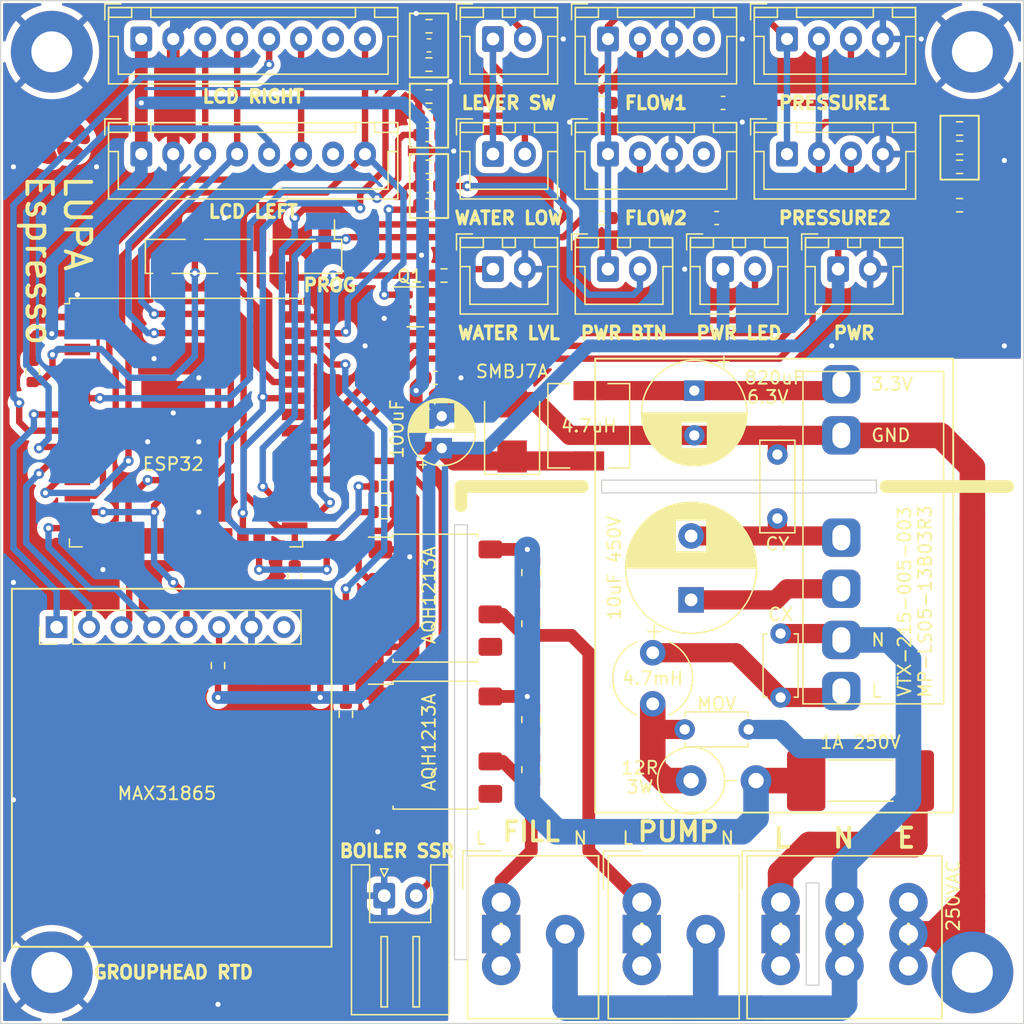
<source format=kicad_pcb>
(kicad_pcb (version 20211014) (generator pcbnew)
  (layers (0 "F.Cu" signal) (31 "B.Cu" signal) (34 "B.Paste" user) (35 "F.Paste" user) (36 "B.SilkS" user "B.Silkscreen") (37 "F.SilkS" user "F.Silkscreen") (38 "B.Mask" user) (39 "F.Mask" user) (44 "Edge.Cuts" user))
  (net 0 "")
  (net 1 "/L")
  (net 2 "/LCD_BL")
  (net 3 "GND")
  (net 4 "Net-(J10-Pad2)")
  (net 5 "+3.3V")
  (net 7 "/MAX_RDY")
  (net 8 "/LCDR_CS")
  (net 9 "/LCDL_CS")
  (net 10 "/MAX_CS")
  (net 11 "/LCD_DC")
  (net 12 "/SCLK")
  (net 13 "/MISO")
  (net 14 "/MOSI")
  (net 21 "/IN_FLOW1")
  (net 22 "/OUT_FILL")
  (net 23 "/IN_FLOW2")
  (net 24 "/I2C_SCL2")
  (net 25 "/OUT_HEAT")
  (net 26 "/I2C_SDA")
  (net 27 "/I2C_SCL1")
  (net 29 "/IN_LEVER")
  (net 30 "/OUT_PUMP")
  (net 31 "/IN_LOW_WATER")
  (net 32 "/IN_POWER_BTN")
  (net 33 "Net-(C1-Pad1)")
  (net 34 "Net-(C2-Pad1)")
  (net 35 "Net-(C3-Pad1)")
  (net 36 "Net-(C4-Pad1)")
  (net 37 "Net-(C5-Pad1)")
  (net 38 "Net-(C6-Pad1)")
  (net 39 "Net-(C7-Pad1)")
  (net 42 "/N")
  (net 43 "Net-(C10-Pad2)")
  (net 46 "/FILL")
  (net 47 "/PUMP")
  (net 48 "GNDPWR")
  (net 49 "Net-(R13-Pad1)")
  (net 50 "Net-(R15-Pad1)")
  (net 51 "Net-(C12-Pad1)")
  (net 52 "Net-(J19-Pad1)")
  (net 53 "Net-(C8-Pad1)")
  (net 54 "Net-(L1-Pad2)")
  (net 55 "Net-(C14-Pad1)")
  (net 56 "/IN_WATER_LEVEL")
  (net 57 "/L_FUSED")
  (net 60 "/3.3V_IO")
  (net 61 "/EN")
  (net 62 "/BOOT")
  (net 63 "/TX0")
  (net 64 "/RX0")
  (net 66 "Net-(FB1-Pad2)")
  (footprint "Connector_JST:JST_XH_B2B-XH-A_1x02_P2.50mm_Vertical" (layer "F.Cu") (at 162.5 49)
    (fp_text reference "J3" hide)
    (fp_text value "LOW_WATER")
  )
  (footprint "Resistor_THT:R_Axial_DIN0516_L15.5mm_D5.0mm_P5.08mm_Vertical" (layer "F.Cu") (at 178 98)
    (fp_text reference "R16" hide)
    (fp_text value "12R 3W" hide)
  )
  (footprint "Resistor_SMD:R_0603_1608Metric" (layer "F.Cu") (at 171 54)
    (fp_text reference "R8" hide)
    (fp_text value "100R")
  )
  (footprint "MountingHole:MountingHole_3.2mm_M3_Pad" (layer "F.Cu") (at 200 113)
    (fp_text reference "DRL4" hide)
    (fp_text value "DrillHoleE" hide)
  )
  (footprint "Visclib:TAB_TERMINAL" (layer "F.Cu") (at 174.1425 110 90)
    (fp_text reference "J20" hide)
    (fp_text value "Screw_Terminal_01x01" hide)
  )
  (footprint "Capacitor_SMD:C_0603_1608Metric" (layer "F.Cu") (at 157.5 40.5 180)
    (fp_text reference "C3" hide)
    (fp_text value "10n")
  )
  (footprint "Connector_JST:JST_XH_B8B-XH-A_1x08_P2.50mm_Vertical" (layer "F.Cu") (at 135 40)
    (fp_text reference "J9" hide)
    (fp_text value "LCD_R")
  )
  (footprint "Resistor_SMD:R_0805_2012Metric" (layer "F.Cu") (at 165.5 93.23 -90)
    (fp_text reference "R22" hide)
    (fp_text value "39")
  )
  (footprint "Connector_JST:JST_XH_B2B-XH-A_1x02_P2.50mm_Vertical" (layer "F.Cu") (at 162.5 40)
    (fp_text reference "J1" hide)
    (fp_text value "LEVER")
  )
  (footprint "Visclib:wolfpaw-0.3" (layer "F.Cu") (at 128.5 47.5 -90)
    (fp_text reference "LOGO2" hide)
    (fp_text value "Wolf" hide)
  )
  (footprint "Connector_JST:JST_XH_B2B-XH-A_1x02_P2.50mm_Vertical" (layer "F.Cu") (at 180.5 58)
    (fp_text reference "J10" hide)
    (fp_text value "LED_PWR")
  )
  (footprint "Connector_JST:JST_XH_B2B-XH-A_1x02_P2.50mm_Vertical" (layer "F.Cu") (at 162.5 58)
    (fp_text reference "J19" hide)
    (fp_text value "Water Level")
  )
  (footprint "Package_SO:SSO-7-8_6.4x9.78mm_P2.54mm" (layer "F.Cu") (at 158 95.23)
    (fp_text reference "U4" hide)
    (fp_text value "AQH1213A")
  )
  (footprint "Resistor_SMD:R_0805_2012Metric" (layer "F.Cu") (at 165.5 85.73 -90)
    (fp_text reference "C7" hide)
    (fp_text value "10nF")
  )
  (footprint "Connector_JST:JST_XH_B2B-XH-A_1x02_P2.50mm_Vertical" (layer "F.Cu") (at 189.5 58)
    (fp_text reference "J12" hide)
    (fp_text value "POWER")
  )
  (footprint "Diode_SMD:D_SMB" (layer "F.Cu") (at 164 70.5 90)
    (fp_text reference "D1" hide)
    (fp_text value "SMBJ7A")
  )
  (footprint "TerminalBlock_Altech:Altech_AK300_1x02_P5.00mm_45-Degree" (layer "F.Cu") (at 163.1425 110)
    (fp_text reference "J17" hide)
    (fp_text value "Fill Solenoid")
  )
  (footprint "Resistor_SMD:R_0603_1608Metric" (layer "F.Cu") (at 199 47 180)
    (fp_text reference "R7" hide)
    (fp_text value "10k")
  )
  (footprint "MountingHole:MountingHole_3.2mm_M3_Pad" (layer "F.Cu") (at 128 113)
    (fp_text reference "DRL1" hide)
    (fp_text value "DrillHoleE" hide)
  )
  (footprint "Resistor_SMD:R_0603_1608Metric" (layer "F.Cu") (at 151 92.825 90)
    (fp_text reference "R15" hide)
    (fp_text value "1k")
  )
  (footprint "Connector_JST:JST_XH_B4B-XH-A_1x04_P2.50mm_Vertical" (layer "F.Cu") (at 185.5 40)
    (fp_text reference "J6" hide)
    (fp_text value "PRESSURE1")
  )
  (footprint "Visclib:TAB_TERMINAL" (layer "F.Cu") (at 190 110 90)
    (fp_text reference "J22" hide)
    (fp_text value "Screw_Terminal_01x01" hide)
  )
  (footprint "Capacitor_SMD:C_0603_1608Metric" (layer "F.Cu") (at 180 54)
    (fp_text reference "C2" hide)
    (fp_text value "10n")
  )
  (footprint "Resistor_SMD:R_0603_1608Metric" (layer "F.Cu") (at 171 45)
    (fp_text reference "R11" hide)
    (fp_text value "100R")
  )
  (footprint "Capacitor_SMD:C_0603_1608Metric" (layer "F.Cu") (at 158 66.5)
    (fp_text reference "C9" hide)
    (fp_text value "1uF")
  )
  (footprint "Fuse:Fuse_Schurter_UMZ250" (layer "F.Cu") (at 191.25 98)
    (fp_text reference "F1" hide)
    (fp_text value "1A 250V")
  )
  (footprint "Resistor_SMD:R_0603_1608Metric" (layer "F.Cu") (at 141 89 90)
    (fp_text reference "FB1" hide)
    (fp_text value "Ferrite")
  )
  (footprint "Visclib:SMPS-VTX-215-005-003" (layer "F.Cu") (at 189.75 91 90)
    (fp_text reference "U2" hide)
    (fp_text value "VTX-215-005-003" hide)
  )
  (footprint "Connector_JST:JST_XH_B8B-XH-A_1x08_P2.50mm_Vertical" (layer "F.Cu") (at 135 49)
    (fp_text reference "J8" hide)
    (fp_text value "LCD_L")
  )
  (footprint "Resistor_SMD:R_0603_1608Metric" (layer "F.Cu") (at 126.5 66 -90)
    (fp_text reference "R17" hide)
    (fp_text value "10k")
  )
  (footprint "Resistor_SMD:R_0603_1608Metric" (layer "F.Cu") (at 157.5 44.5)
    (fp_text reference "R4" hide)
    (fp_text value "1k")
  )
  (footprint "Visclib:TAB_TERMINAL" (layer "F.Cu") (at 195 110 90)
    (fp_text reference "J23" hide)
    (fp_text value "Screw_Terminal_01x01" hide)
  )
  (footprint "Resistor_SMD:R_0805_2012Metric" (layer "F.Cu") (at 165.5 81.73 -90)
    (fp_text reference "R23" hide)
    (fp_text value "39")
  )
  (footprint "Resistor_SMD:R_0603_1608Metric" (layer "F.Cu") (at 199 53)
    (fp_text reference "R1" hide)
    (fp_text value "10R")
  )
  (footprint "Capacitor_THT:CP_Radial_D5.0mm_P2.50mm" (layer "F.Cu") (at 158.5 72 90)
    (fp_text reference "C13" hide)
    (fp_text value "100uF")
  )
  (footprint "Resistor_SMD:R_0805_2012Metric" (layer "F.Cu") (at 165.5 97.1425 -90)
    (fp_text reference "C6" hide)
    (fp_text value "10nF")
  )
  (footprint "Resistor_SMD:R_0603_1608Metric" (layer "F.Cu") (at 157.5 39)
    (fp_text reference "R2" hide)
    (fp_text value "1k")
  )
  (footprint "RF_Module:ESP32-WROOM-32U" (layer "F.Cu") (at 138.5 70)
    (fp_text reference "U1" hide)
    (fp_text value "ESP32-WROOM-32U")
  )
  (footprint "Inductor_SMD:L_6.3x6.3_H3" (layer "F.Cu") (at 170 70.25 90)
    (fp_text reference "L2" hide)
    (fp_text value "4.7uH 2.2A" hide)
  )
  (footprint "Package_TO_SOT_SMD:SOT-23" (layer "F.Cu") (at 156.4375 60.95)
    (fp_text reference "Q1")
    (fp_text value "2N7002")
  )
  (footprint "Package_SO:SSO-7-8_6.4x9.78mm_P2.54mm" (layer "F.Cu") (at 158 83.73)
    (fp_text reference "U3" hide)
    (fp_text value "AQH1213A")
  )
  (footprint "Capacitor_THT:CP_Radial_D10.0mm_P5.00mm" (layer "F.Cu") (at 178 83.867677 90)
    (fp_text reference "C14" hide)
    (fp_text value "10uF 450V")
  )
  (footprint "Inductor_THT:L_Radial_D6.0mm_P4.00mm" (layer "F.Cu") (at 175 88 -90)
    (fp_text reference "L1" hide)
    (fp_text value "4.7mH")
  )
  (footprint "Resistor_SMD:R_0603_1608Metric" (layer "F.Cu") (at 147 82 90)
    (fp_text reference "R18" hide)
    (fp_text value "10k")
  )
  (footprint "Capacitor_SMD:C_0603_1608Metric" (layer "F.Cu") (at 157.5 46 180)
    (fp_text reference "C5" hide)
    (fp_text value "10n")
  )
  (footprint "MountingHole:MountingHole_3.2mm_M3_Pad" (layer "F.Cu") (at 200 41)
    (fp_text reference "DRL3" hide)
    (fp_text value "DrillHoleE" hide)
  )
  (footprint "Resistor_SMD:R_0603_1608Metric" (layer "F.Cu") (at 157.5 47.5)
    (fp_text reference "R9" hide)
    (fp_text value "100R")
  )
  (footprint "Resistor_SMD:R_0603_1608Metric" (layer "F.Cu") (at 158.675 58.5 180)
    (fp_text reference "R26" hide)
    (fp_text value "10k")
  )
  (footprint "Resistor_SMD:R_0603_1608Metric" (layer "F.Cu") (at 199 50 180)
    (fp_text reference "R5" hide)
    (fp_text value "10k")
  )
  (footprint "NetTie:NetTie-2_SMD_Pad2.0mm" (layer "F.Cu") (at 200 75.5 -90)
    (fp_text reference "NT1" hide)
    (fp_text value "NetTie_2")
  )
  (footprint "Resistor_SMD:R_0603_1608Metric" (layer "F.Cu") (at 154 75 180)
    (fp_text reference "R13" hide)
    (fp_text value "1k")
  )
  (footprint "Resistor_SMD:R_0603_1608Metric" (layer "F.Cu") (at 199 48.5 180)
    (fp_text reference "R6" hide)
    (fp_text value "10k")
  )
  (footprint "Visclib:TAB_TERMINAL" (layer "F.Cu") (at 163.1425 110 90)
    (fp_text reference "J15" hide)
    (fp_text value "Screw_Terminal_01x01" hide)
  )
  (footprint "Capacitor_THT:C_Disc_D4.7mm_W2.5mm_P5.00mm" (layer "F.Cu") (at 185 91.5 90)
    (fp_text reference "C12" hide)
    (fp_text value "100nF X2")
  )
  (footprint "Capacitor_THT:CP_Radial_D8.0mm_P3.50mm" (layer "F.Cu") (at 178.25 67.5 -90)
    (fp_text reference "C8" hide)
    (fp_text value "820uF 6.3V" hide)
  )
  (footprint "Capacitor_SMD:C_0603_1608Metric" (layer "F.Cu") (at 180.5 45)
    (fp_text reference "C1" hide)
    (fp_text value "10n")
  )
  (footprint "Resistor_SMD:R_0603_1608Metric" (layer "F.Cu") (at 157.5 53)
    (fp_text reference "R10" hide)
    (fp_text value "100R")
  )
  (footprint "Capacitor_THT:C_Rect_L7.0mm_W2.5mm_P5.00mm" (layer "F.Cu") (at 184.75 72.5 -90)
    (fp_text reference "C10" hide)
    (fp_text value "1nF 400V Y")
  )
  (footprint "Resistor_SMD:R_0603_1608Metric" (layer "F.Cu") (at 157.5 50)
    (fp_text reference "R3" hide)
    (fp_text value "1k")
  )
  (footprint "Connector_JST:JST_XH_B2B-XH-A_1x02_P2.50mm_Vertical" (layer "F.Cu") (at 171.5 58)
    (fp_text reference "J2" hide)
    (fp_text value "POWER_BTN")
  )
  (footprint "Connector_PinHeader_2.54mm:PinHeader_1x06_P2.54mm_Vertical_SMD_Pin1Left" (layer "F.Cu") (at 143 57 -90)
    (fp_text reference "J13" hide)
    (fp_text value "PROG")
  )
  (footprint "Visclib:TAB_TERMINAL" (layer "F.Cu") (at 185 110 90)
    (fp_text reference "J21" hide)
    (fp_text value "Screw_Terminal_01x01" hide)
  )
  (footprint "Capacitor_SMD:C_0603_1608Metric" (layer "F.Cu") (at 157.5 51.5 180)
    (fp_text reference "C4" hide)
    (fp_text value "10n")
  )
  (footprint "Capacitor_THT:C_Disc_D4.7mm_W2.5mm_P5.00mm" (layer "F.Cu") (at 177.5 94)
    (fp_text reference "RV1" hide)
    (fp_text value "MOV")
  )
  (footprint "Connector_JST:JST_XH_S2B-XH-A_1x02_P2.50mm_Horizontal" (layer "F.Cu") (at 154 107)
    (fp_text reference "J14" hide)
    (fp_text value "BOILER_SSR")
  )
  (footprint "Connector_JST:JST_XH_B4B-XH-A_1x04_P2.50mm_Vertical" (layer "F.Cu") (at 171.5 49)
    (fp_text reference "J5" hide)
    (fp_text value "FLOW2")
  )
  (footprint "TerminalBlock_Altech:Altech_AK300_1x03_P5.00mm_45-Degree" (layer "F.Cu") (at 185 110)
    (fp_text reference "J16" hide)
    (fp_text value "Mains")
  )
  (footprint "TerminalBlock_Altech:Altech_AK300_1x02_P5.00mm_45-Degree" (layer "F.Cu") (at 174.1425 110)
    (fp_text reference "J18" hide)
    (fp_text value "Pump")
  )
  (footprint "Resistor_SMD:R_0603_1608Metric" (layer "F.Cu") (at 157.5 42)
    (fp_text reference "R12" hide)
    (fp_text value "100R")
  )
  (footprint "Connector_PinHeader_2.54mm:PinHeader_1x08_P2.54mm_Vertical" (layer "F.Cu") (at 128.38 86 90)
    (fp_text reference "J11" hide)
    (fp_text value "MAX31865")
  )
  (footprint "MountingHole:MountingHole_3.2mm_M3_Pad" (layer "F.Cu") (at 128 41)
    (fp_text reference "DRL2" hide)
    (fp_text value "DrillHoleE" hide)
  )
  (footprint "Connector_JST:JST_XH_B4B-XH-A_1x04_P2.50mm_Vertical" (layer "F.Cu") (at 171.5 40)
    (fp_text reference "J4" hide)
    (fp_text value "FLOW1")
  )
  (footprint "Connector_JST:JST_XH_B4B-XH-A_1x04_P2.50mm_Vertical" (layer "F.Cu") (at 185.5 49)
    (fp_text reference "J7" hide)
    (fp_text value "PRESSURE2")
  )
  (footprint "Resistor_SMD:R_0603_1608Metric" (layer "F.Cu") (at 154 77 180)
    (fp_text reference "R14" hide)
    (fp_text value "1k")
  )
  (gr_rect (start 156 38) (end 159 43) (layer "F.SilkS") (width 0.15) (fill none))
  (gr_line (start 160 75) (end 160 76.5) (layer "F.SilkS") (width 1))
  (gr_rect (start 170.5 65) (end 198.5 100.5) (layer "F.SilkS") (width 0.15) (fill none))
  (gr_line (start 169.5 75) (end 160 75) (layer "F.SilkS") (width 1))
  (gr_rect (start 197.5 46) (end 200.5 51) (layer "F.SilkS") (width 0.15) (fill none))
  (gr_rect (start 156 49) (end 159 54) (layer "F.SilkS") (width 0.15) (fill none))
  (gr_line (start 202.75 75) (end 193.25 75) (layer "F.SilkS") (width 1))
  (gr_rect (start 124.88 83) (end 149.88 111) (layer "F.SilkS") (width 0.15) (fill none))
  (gr_rect (start 156 43.5) (end 159 48.5) (layer "F.SilkS") (width 0.15) (fill none))
  (gr_rect (start 187 106) (end 188 114) (layer "Edge.Cuts") (width 0.1) (fill none))
  (gr_line (start 204 117) (end 124 117) (layer "Edge.Cuts") (width 0.1))
  (gr_line (start 124 117) (end 124 37) (layer "Edge.Cuts") (width 0.1))
  (gr_line (start 124 37) (end 204 37) (layer "Edge.Cuts") (width 0.1))
  (gr_rect (start 192.5 74.5) (end 171 75.5) (layer "Edge.Cuts") (width 0.1) (fill none))
  (gr_line (start 204 37) (end 204 117) (layer "Edge.Cuts") (width 0.1))
  (gr_rect (start 159.5 78) (end 160.5 112) (layer "Edge.Cuts") (width 0.1) (fill none))
  (gr_text "BOILER SSR" (at 155 103.5) (layer "F.SilkS") (effects (font (size 1 1) (thickness 0.25))))
  (gr_text "ESP32" (at 137.5 73.25) (layer "F.SilkS") (effects (font (size 1 1))))
  (gr_text "PWR" (at 190.75 63) (layer "F.SilkS") (effects (font (size 1 1) (thickness 0.25))))
  (gr_text "PWR LED" (at 181.75 63) (layer "F.SilkS") (effects (font (size 1 1) (thickness 0.25))))
  (gr_text "LCD LEFT" (at 143.75 53.5) (layer "F.SilkS") (effects (font (size 1 1) (thickness 0.25))))
  (gr_text "LCD RIGHT" (at 143.75 44.5) (layer "F.SilkS") (effects (font (size 1 1) (thickness 0.25))))
  (gr_text "FLOW2" (at 175.25 54) (layer "F.SilkS") (effects (font (size 1 1) (thickness 0.25))))
  (gr_text "GND" (at 192 71) (layer "F.SilkS") (effects (font (size 1 1)) (justify left)))
  (gr_text "L         N" (at 165.5 102.5) (layer "F.SilkS") (effects (font (size 1 1))))
  (gr_text "WATER LVL" (at 163.75 63) (layer "F.SilkS") (effects (font (size 1 1) (thickness 0.25))))
  (gr_text "250VAC" (at 198.5 107 90) (layer "F.SilkS") (effects (font (size 1 1))))
  (gr_text "PUMP" (at 177 102) (layer "F.SilkS") (effects (font (size 1.5 1.5) (thickness 0.3))))
  (gr_text "WATER LOW" (at 163.75 54) (layer "F.SilkS") (effects (font (size 1 1) (thickness 0.25))))
  (gr_text "LEVER SW" (at 163.75 45) (layer "F.SilkS") (effects (font (size 1 1) (thickness 0.25))))
  (gr_text "GROUPHEAD RTD" (at 137.5 113) (layer "F.SilkS") (effects (font (size 1 1) (thickness 0.25))))
  (gr_text "PWR BTN" (at 172.75 63) (layer "F.SilkS") (effects (font (size 1 1) (thickness 0.25))))
  (gr_text "PROG" (at 149.75 59.25) (layer "F.SilkS") (effects (font (size 1 1) (thickness 0.25))))
  (gr_text "VTX-215-005-003\nMP-LS05-13B03R3" (at 195.5 84 90) (layer "F.SilkS") (effects (font (size 1 1))))
  (gr_text "Espresso" (at 127 50.5 270) (layer "F.SilkS") (effects (font (size 2 2) (thickness 0.3)) (justify left)))
  (gr_text "FLOW1" (at 175.25 45) (layer "F.SilkS") (effects (font (size 1 1) (thickness 0.25))))
  (gr_text "PRESSURE1" (at 189.25 45) (layer "F.SilkS") (effects (font (size 1 1) (thickness 0.25))))
  (gr_text "L" (at 192 91) (layer "F.SilkS") (effects (font (size 1 1)) (justify left)))
  (gr_text "LUPA" (at 130 50.5 270) (layer "F.SilkS") (effects (font (size 2 2) (thickness 0.3)) (justify left)))
  (gr_text "PRESSURE2" (at 189.25 54) (layer "F.SilkS") (effects (font (size 1 1) (thickness 0.25))))
  (gr_text "L         N" (at 177 102.5) (layer "F.SilkS") (effects (font (size 1 1))))
  (gr_text "N" (at 192 87) (layer "F.SilkS") (effects (font (size 1 1)) (justify left)))
  (gr_text "MAX31865" (at 137 99) (layer "F.SilkS") (effects (font (size 1 1))))
  (gr_text "FILL" (at 165.5 102) (layer "F.SilkS") (effects (font (size 1.5 1.5) (thickness 0.3))))
  (gr_text "3.3V" (at 192 67) (layer "F.SilkS") (effects (font (size 1 1)) (justify left)))
  (gr_text "L   N   E" (at 190 102.5) (layer "F.SilkS") (effects (font (size 1.5 1.5) (thickness 0.3))))
  (segment (start 195.5 103) (end 195.5 98) (width 2) (layer "F.Cu") (net 1))
  (segment (start 185 110) (end 185 105.25) (width 2) (layer "F.Cu") (net 1))
  (segment (start 187.25 103) (end 195.5 103) (width 2) (layer "F.Cu") (net 1))
  (segment (start 185 105.25) (end 187.25 103) (width 2) (layer "F.Cu") (net 1))
  (segment (start 138.5 52) (end 133.5 57) (width 0.5) (layer "F.Cu") (net 2))
  (segment (start 130 74.445) (end 128.555 74.445) (width 0.5) (layer "F.Cu") (net 2))
  (segment (start 128.555 74.445) (end 127.5 75.5) (width 0.5) (layer "F.Cu") (net 2))
  (segment (start 133.5 57) (end 133.5 64.5) (width 0.5) (layer "F.Cu") (net 2))
  (segment (start 152.5 49) (end 149.5 52) (width 0.5) (layer "F.Cu") (net 2))
  (segment (start 154 60) (end 155.5 60) (width 0.5) (layer "F.Cu") (net 2))
  (segment (start 133.5 64.5) (end 134 65) (width 0.5) (layer "F.Cu") (net 2))
  (segment (start 149.5 52) (end 138.5 52) (width 0.5) (layer "F.Cu") (net 2))
  (segment (start 134 65) (end 134 73) (width 0.5) (layer "F.Cu") (net 2))
  (segment (start 152.5 40) (end 152.5 49) (width 0.5) (layer "F.Cu") (net 2))
  (via (at 154 60) (size 0.8) (drill 0.4) (layers "F.Cu" "B.Cu") (net 2))
  (via (at 134 73) (size 0.8) (drill 0.4) (layers "F.Cu" "B.Cu") (net 2))
  (via (at 127.5 75.5) (size 0.8) (drill 0.4) (layers "F.Cu" "B.Cu") (net 2))
  (segment (start 131.5 75.5) (end 134 73) (width 0.5) (layer "B.Cu") (net 2))
  (segment (start 127.5 75.5) (end 131.5 75.5) (width 0.5) (layer "B.Cu") (net 2))
  (segment (start 155.5 52) (end 152.5 49) (width 0.5) (layer "B.Cu") (net 2))
  (segment (start 154 60) (end 154 59) (width 0.5) (layer "B.Cu") (net 2))
  (segment (start 154 59) (end 155.5 57.5) (width 0.5) (layer "B.Cu") (net 2))
  (segment (start 155.5 57.5) (end 155.5 52) (width 0.5) (layer "B.Cu") (net 2))
  (segment (start 155.42 79.92) (end 156 80.5) (width 0.5) (layer "F.Cu") (net 3))
  (segment (start 159.394657 48.725) (end 159.432978 48.763321) (width 0.5) (layer "F.Cu") (net 3))
  (segment (start 154 61.8505) (end 154.0495 61.9) (width 0.5) (layer "F.Cu") (net 3))
  (segment (start 158.275 43.225) (end 159.053688 43.225) (width 0.5) (layer "F.Cu") (net 3))
  (segment (start 146.81 61.555) (end 147 61.745) (width 0.5) (layer "F.Cu") (net 3))
  (segment (start 153.7 85) (end 156 85) (width 0.5) (layer "F.Cu") (net 3))
  (segment (start 156 97) (end 156 96) (width 0.5) (layer "F.Cu") (net 3))
  (segment (start 154 61.8505) (end 153.8945 61.745) (width 0.5) (layer "F.Cu") (net 3))
  (segment (start 153.7 91.42) (end 155.58 91.42) (width 0.5) (layer "F.Cu") (net 3))
  (segment (start 155.54 87.54) (end 156 88) (width 0.5) (layer "F.Cu") (net 3))
  (segment (start 127.225 60.97) (end 128 61.745) (width 0.5) (layer "F.Cu") (net 3))
  (segment (start 156.675 39) (end 156.675 40.45) (width 0.5) (layer "F.Cu") (net 3))
  (segment (start 164 68.35) (end 159.65 68.35) (width 1.5) (layer "F.Cu") (net 3))
  (segment (start 156 98) (end 156 97) (width 0.5) (layer "F.Cu") (net 3))
  (segment (start 168.5 71) (end 165.85 68.35) (width 1.5) (layer "F.Cu") (net 3))
  (segment (start 156 82.5) (end 156 80.5) (width 0.5) (layer "F.Cu") (net 3))
  (segment (start 156.675 43.825) (end 157 43.5) (width 0.5) (layer "F.Cu") (net 3))
  (segment (start 156 91) (end 156 88) (width 0.5) (layer "F.Cu") (net 3))
  (segment (start 181.275 45) (end 181.275 45.725) (width 0.5) (layer "F.Cu") (net 3))
  (segment (start 159.053688 43.225) (end 159.147115 43.318427) (width 0.5) (layer "F.Cu") (net 3))
  (segment (start 197.5 71) (end 200 73.5) (width 2) (layer "F.Cu") (net 3))
  (segment (start 156 88) (end 156 85) (width 0.5) (layer "F.Cu") (net 3))
  (segment (start 154.0495 61.9) (end 155.5 61.9) (width 0.5) (layer "F.Cu") (net 3))
  (segment (start 156.675 45.95) (end 156.725 46) (width 0.5) (layer "F.Cu") (net 3))
  (segment (start 156 97) (end 156 103) (width 0.5) (layer "F.Cu") (net 3))
  (segment (start 132.785 80.715) (end 132 81.5) (width 0.5) (layer "F.Cu") (net 3))
  (segment (start 155.58 91.42) (end 156 91) (width 0.5) (layer "F.Cu") (net 3))
  (segment (start 181.275 45.725) (end 180.5 46.5) (width 0.5) (layer "F.Cu") (net 3))
  (segment (start 180.5 46.5) (end 177 46.5) (width 0.5) (layer "F.Cu") (net 3))
  (segment (start 157 49) (end 157.275 48.725) (width 0.5) (layer "F.Cu") (net 3))
  (segment (start 158.775 66.5) (end 160 66.5) (width 0.5) (layer "F.Cu") (net 3))
  (segment (start 156.725 50.05) (end 156.675 50) (width 0.5) (layer "F.Cu") (net 3))
  (segment (start 184.75 71.25) (end 185 71) (width 1.5) (layer "F.Cu") (net 3))
  (segment (start 157.275 43.225) (end 158.275 43.225) (width 0.5) (layer "F.Cu") (net 3))
  (segment (start 128 61.745) (end 130 61.745) (width 0.5) (layer "F.Cu") (net 3))
  (segment (start 178.25 71) (end 168.5 71) (width 1.5) (layer "F.Cu") (net 3))
  (segment (start 132.785 79.255) (end 132.785 80.715) (width 0.5) (layer "F.Cu") (net 3))
  (segment (start 184.75 72.5) (end 184.75 71.25) (width 1.5) (layer "F.Cu") (net 3))
  (segment (start 156 103) (end 154 105) (width 0.5) (layer "F.Cu") (net 3))
  (segment (start 189.75 71) (end 185 71) (width 1.5) (layer "F.Cu") (net 3))
  (segment (start 153.7 87.54) (end 155.54 87.54) (width 0.5) (layer "F.Cu") (net 3))
  (segment (start 189.75 71) (end 197.5 71) (width 2) (layer "F.Cu") (net 3))
  (segment (start 156.675 39) (end 156.675 38.175) (width 0.5) (layer "F.Cu") (net 3))
  (segment (start 176.5 49) (end 176.5 50.5) (width 0.5) (layer "F.Cu") (net 3))
  (segment (start 156.675 38.175) (end 156.5 38) (width 0.5) (layer "F.Cu") (net 3))
  (segment (start 153.7 79.92) (end 155.42 79.92) (width 0.5) (layer "F.Cu") (net 3))
  (segment (start 180.775 52.775) (end 180.775 54) (width 0.5) (layer "F.Cu") (net 3))
  (segment (start 130 60) (end 130 61.745) (width 0.5) (layer "F.Cu") (net 3))
  (segment (start 156 96) (end 156 91) (width 0.5) (layer "F.Cu") (net 3))
  (segment (start 159.65 68.35) (end 158.5 69.5) (width 1.5) (layer "F.Cu") (net 3))
  (segment (start 156.675 50) (end 156.675 49.325) (width 0.5) (layer "F.Cu") (net 3))
  (segment (start 156.675 40.45) (end 156.725 40.5) (width 0.5) (layer "F.Cu") (net 3))
  (segment (start 157.275 48.725) (end 159.394657 48.725) (width 0.5) (layer "F.Cu") (net 3))
  (segment (start 153.7 99.04) (end 153.74 99) (width 0.5) (layer "F.Cu") (net 3))
  (segment (start 185 71) (end 178.25 71) (width 1.5) (layer "F.Cu") (net 3))
  (segment (start 156.675 44.5) (end 156.675 43.825) (width 0.5) (layer "F.Cu") (net 3))
  (segment (start 155.5 96.5) (end 156 96) (width 0.5) (layer "F.Cu") (net 3))
  (segment (start 153.8945 61.745) (end 147 61.745) (width 0.5) (layer "F.Cu") (net 3))
  (segment (start 157 43.5) (end 157.275 43.225) (width 0.5) (layer "F.Cu") (net 3))
  (segment (start 156 85) (end 156 81) (width 0.5) (layer "F.Cu") (net 3))
  (segment (start 165.85 68.35) (end 164 68.35) (width 1.5) (layer "F.Cu") (net 3))
  (segment (start 126.5 60.97) (end 127.225 60.97) (width 0.5) (layer "F.Cu") (net 3))
  (segment (start 176.5 50.5) (end 177.5 51.5) (width 0.5) (layer "F.Cu") (net 3))
  (segment (start 154 105) (end 154 107) (width 0.5) (layer "F.Cu") (net 3))
  (segment (start 137.5 49) (end 137.5 40) (width 1) (layer "F.Cu") (net 3))
  (segment (start 177 46.5) (end 176.5 47) (width 0.5) (layer "F.Cu") (net 3))
  (segment (start 153.7 96.5) (end 155.5 96.5) (width 0.5) (layer "F.Cu") (net 3))
  (segment (start 176.5 47) (end 176.5 49) (width 0.5) (layer "F.Cu") (net 3))
  (segment (start 155 99) (end 156 98) (width 0.5) (layer "F.Cu") (net 3))
  (segment (start 179.5 51.5) (end 180.775 52.775) (width 0.5) (layer "F.Cu") (net 3))
  (segment (start 146.81 58.655) (end 146.81 61.555) (width 0.5) (layer "F.Cu") (net 3))
  (segment (start 153.74 99) (end 155 99) (width 0.5) (layer "F.Cu") (net 3))
  (segment (start 156.675 44.5) (end 156.675 45.95) (width 0.5) (layer "F.Cu") (net 3))
  (segment (start 156.725 51.5) (end 156.725 50.05) (width 0.5) (layer "F.Cu") (net 3))
  (segment (start 177.5 51.5) (end 179.5 51.5) (width 0.5) (layer "F.Cu") (net 3))
  (segment (start 156.675 49.325) (end 157 49) (width 0.5) (layer "F.Cu") (net 3))
  (via (at 139.5 71.5) (size 0.8) (drill 0.4) (layers "F.Cu" "B.Cu") (net 3))
  (via (at 168 40) (size 0.8) (drill 0.4) (layers "F.Cu" "B.Cu") (net 3))
  (via (at 139.5 77) (size 0.8) (drill 0.4) (layers "F.Cu" "B.Cu") (net 3))
  (via (at 131.5 50) (size 0.8) (drill 0.4) (layers "F.Cu" "B.Cu") (net 3))
  (via (at 141 115.5) (size 0.8) (drill 0.4) (layers "F.Cu" "B.Cu") (net 3))
  (via (at 137.5 69.245) (size 0.8) (drill 0.4) (layers "F.Cu" "B.Cu") (net 3))
  (via (at 202.5 64) (size 0.8) (drill 0.4) (layers "F.Cu" "B.Cu") (net 3))
  (via (at 130 60) (size 0.8) (drill 0.4) (layers "F.Cu" "B.Cu") (net 3))
  (via (at 189 64) (size 0.8) (drill 0.4) (layers "F.Cu" "B.Cu") (net 3))
  (via (at 152.5 64) (size 0.8) (drill 0.4) (layers "F.Cu" "B.Cu") (net 3))
  (via (at 141.5 54) (size 0.8) (drill 0.4) (layers "F.Cu" "B.Cu") (net 3))
  (via (at 168.5 46.5) (size 0.8) (drill 0.4) (layers "F.Cu" "B.Cu") (net 3))
  (via (at 182 46.5) (size 0.8) (drill 0.4) (layers "F.Cu" "B.Cu") (net 3))
  (via (at 177.5 58) (size 0.8) (drill 0.4) (layers "F.Cu" "B.Cu") (net 3))
  (via (at 202.5 49.5) (size 0.8) (drill 0.4) (layers "F.Cu" "B.Cu") (net 3))
  (via (at 135.5 71.5) (size 0.8) (drill 0.4) (layers "F.Cu" "B.Cu") (net 3))
  (via (at 136 65) (size 0.8) (drill 0.4) (layers "F.Cu" "B.Cu") (net 3))
  (via (at 182 40) (size 0.8) (drill 0.4) (layers "F.Cu" "B.Cu") (net 3))
  (via (at 160 66.5) (size 0.8) (drill 0.4) (layers "F.Cu" "B.Cu") (net 3))
  (via (at 154 61.8505) (size 0.8) (drill 0.4) (layers "F.Cu" "B.Cu") (net 3))
  (via (at 153.5 102) (size 0.8) (drill 0.4) (layers "F.Cu" "B.Cu") (net 3))
  (via (at 156.5 38) (size 0.8) (drill 0.4) (layers "F.Cu" "B.Cu") (net 3))
  (via (at 159.432978 48.763321) (size 0.8) (drill 0.4) (layers "F.Cu" "B.Cu") (net 3))
  (via (at 156 80.5) (size 0.8) (drill 0.4) (layers "F.Cu" "B.Cu") (net 3))
  (via (at 125 82.5) (size 0.8) (drill 0.4) (layers "F.Cu" "B.Cu") (net 3))
  (via (at 125 50) (size 0.8) (drill 0.4) (layers "F.Cu" "B.Cu") (net 3))
  (via (at 159.147115 43.318427) (size 0.8) (drill 0.4) (layers "F.Cu" "B.Cu") (net 3))
  (via (at 196 40) (size 0.8) (drill 0.4) (layers "F.Cu" "B.Cu") (net 3))
  (via (at 139.5 66.5) (size 0.8) (drill 0.4) (layers "F.Cu" "B.Cu") (net 3))
  (via (at 132 81.5) (size 0.8) (drill 0.4) (layers "F.Cu" "B.Cu") (net 3))
  (via (at 125 99.5) (size 0.8) (drill 0.4) (layers "F.Cu" "B.Cu") (net 3))
  (segment (start 165 58) (end 165 61.5) (width 0.5) (layer "B.Cu") (net 3))
  (segment (start 179.5 54) (end 178.5 55) (width 1) (layer "B.Cu") (net 3))
  (segment (start 143 84) (end 139.5 80.5) (width 0.5) (layer "B.Cu") (net 3))
  (segment (start 192 54) (end 190.5 54) (width 1) (layer "B.Cu") (net 3))
  (segment (start 143.62 86) (end 143.62 84.62) (width 0.5) (layer "B.Cu") (net 3))
  (segment (start 158.736679 48.763321) (end 158.5 49) (width 0.5) (layer "B.Cu") (net 3))
  (segment (start 177.5 58) (end 173.5 62) (width 1) (layer "B.Cu") (net 3))
  (segment (start 159.147115 43.318427) (end 158.965542 43.5) (width 0.5) (layer "B.Cu") (net 3))
  (segment (start 160 66.5) (end 158.5 66.5) (width 0.5) (layer "B.Cu") (net 3))
  (segment (start 158.5 69.5) (end 161.5 69.5) (width 1) (layer "B.Cu") (net 3))
  (segment (start 154 67.5) (end 156.75 70.25) (width 1) (layer "B.Cu") (net 3))
  (segment (start 139.5 77) (end 139.5 71.5) (width 0.5) (layer "B.Cu") (net 3))
  (segment (start 139.5 80.5) (end 139.5 77) (width 0.5) (layer "B.Cu") (net 3))
  (segment (start 179.5 54) (end 187.5 54) (width 1) (layer "B.Cu") (net 3))
  (segment (start 190.5 54) (end 187.5 54) (width 1) (layer "B.Cu") (net 3))
  (segment (start 138.975 38.025) (end 137.5 39.5) (width 1) (layer "B.Cu") (net 3))
  (segment (start 176.5 49) (end 176.5 53) (width 0.5) (layer "B.Cu") (net 3))
  (segment (start 192.5 54) (end 193 53.5) (width 1) (layer "B.Cu") (net 3))
  (segment (start 193 49) (end 193 53.5) (width 0.5) (layer "B.Cu") (net 3))
  (segment (start 130 58) (end 130 60) (width 1) (layer "B.Cu") (net 3))
  (segment (start 137.5 50.5) (end 137.5 49) (width 1) (layer "B.Cu") (net 3))
  (segment (start 154 61.8505) (end 154 67.5) (width 1) (layer "B.Cu") (net 3))
  (segment (start 132 81.5) (end 133.5 81.5) (width 0.5) (layer "B.Cu") (net 3))
  (segment (start 177.5 56) (end 177.5 58) (width 1) (layer "B.Cu") (net 3))
  (segment (start 176.5 40) (end 176.5 50) (width 0.5) (layer "B.Cu") (net 3))
  (segment (start 156.75 70.25) (end 156 71) (width 1) (layer "B.Cu") (net 3))
  (segment (start 156 72.5) (end 156 80.5) (width 0.5) (layer "B.Cu") (net 3))
  (segment (start 165 61.5) (end 167.25 63.75) (width 0.5) (layer "B.Cu") (net 3))
  (segment (start 192 58) (end 192 54) (width 0.5) (layer "B.Cu") (net 3))
  (segment (start 143.62 84.62) (end 143 84) (width 0.5) (layer "B.Cu") (net 3))
  (segment (start 151.37868 90) (end 144 90) (width 1) (layer "B.Cu") (net 3))
  (segment (start 133.5 81.5) (end 136 84) (width 0.5) (layer "B.Cu") (net 3))
  (segment (start 143.62 86) (end 143.62 89.62) (width 0.5) (layer "B.Cu") (net 3))
  (segment (start 167.25 63.75) (end 166 65) (width 1) (layer "B.Cu") (net 3))
  (segment (start 130 58) (end 137.5 50.5) (width 1) (layer "B.Cu") (net 3))
  (segment (start 156 85.37868) (end 151.37868 90) (width 1) (layer "B.Cu") (net 3))
  (segment (start 178.5 55) (end 177.5 56) (width 1) (layer "B.Cu") (net 3))
  (segment (start 193 40) (end 193 49) (width 0.5) (layer "B.Cu") (net 3))
  (segment (start 173.5 62) (end 169 62) (width 1) (layer "B.Cu") (net 3))
  (segment (start 157.5 69.5) (end 158.5 69.5) (width 1) (layer "B.Cu") (net 3))
  (segment (start 136 84) (end 143 84) (width 0.5) (layer "B.Cu") (net 3))
  (segment (start 156 80.5) (end 155.904338 80.595662) (width 0.5) (layer "B.Cu") (net 3))
  (segment (start 144 90) (end 143.62 89.62) (width 1) (layer "B.Cu") (net 3))
  (segment (start 137.5 39.5) (end 137.5 40) (width 1) (layer "B.Cu") (net 3))
  (segment (start 159.432978 48.763321) (end 158.736679 48.763321) (width 0.5) (layer "B.Cu") (net 3))
  (segment (start 169 62) (end 167.25 63.75) (width 1) (layer "B.Cu") (net 3))
  (segment (start 158.965542 43.5) (end 158.5 43.5) (width 0.5) (layer "B.Cu") (net 3))
  (segment (start 156 71) (end 156 85.37868) (width 1) (layer "B.Cu") (net 3))
  (segment (start 176.5 53) (end 178.5 55) (width 0.5) (layer "B.Cu") (net 3))
  (segment (start 158.5 49) (end 158.5 43.5) (width 1) (layer "B.Cu") (net 3))
  (segment (start 158.5 69.5) (end 158.5 66.5) (width 1) (layer "B.Cu") (net 3))
  (segment (start 158.5 66.5) (end 158.5 49) (width 1) (layer "B.Cu") (net 3))
  (segment (start 161.5 69.5) (end 166 65) (width 1) (layer "B.Cu") (net 3))
  (segment (start 192.5 54) (end 192 54) (width 1) (layer "B.Cu") (net 3))
  (segment (start 158.5 43.5) (end 158.5 39) (width 1) (layer "B.Cu") (net 3))
  (segment (start 156.75 70.25) (end 157.5 69.5) (width 1) (layer "B.Cu") (net 3))
  (segment (start 158.5 39) (end 157.525 38.025) (width 1) (layer "B.Cu") (net 3))
  (segment (start 157.525 38.025) (end 138.975 38.025) (width 1) (layer "B.Cu") (net 3))
  (segment (start 183 60.5) (end 181.5 62) (width 0.5) (layer "F.Cu") (net 4))
  (segment (start 158.9375 61.4375) (end 159.5 62) (width 0.5) (layer "F.Cu") (net 4))
  (segment (start 157.375 60.95) (end 158.45 60.95) (width 0.5) (layer "F.Cu") (net 4))
  (segment (start 158.45 60.95) (end 159.5 62) (width 0.5) (layer "F.Cu") (net 4))
  (segment (start 181.5 62) (end 159.5 62) (width 0.5) (layer "F.Cu") (net 4))
  (segment (start 183 58) (end 183 60.5) (width 0.5) (layer "F.Cu") (net 4))
  (segment (start 149.35 56.35) (end 150 57) (width 0.5) (layer "F.Cu") (net 5))
  (segment (start 191.5 53) (end 189.5 55) (width 0.5) (layer "F.Cu") (net 5))
  (segment (start 148.325 82.825) (end 149 83.5) (width 0.5) (layer "F.Cu") (net 5))
  (segment (start 156.5 67.5) (end 156.5 67.225) (width 1) (layer "F.Cu") (net 5))
  (segment (start 156.5 67.225) (end 157.225 66.5) (width 1) (layer "F.Cu") (net 5))
  (segment (start 130 63.015) (end 126.73 63.015) (width 0.5) (layer "F.Cu") (net 5))
  (segment (start 189.5 55) (end 189.5 58) (width 0.5) (layer "F.Cu") (net 5))
  (segment (start 126.73 63.015) (end 126.5 63.245) (width 0.5) (layer "F.Cu") (net 5))
  (segment (start 156.82238 57) (end 156.916034 56.906346) (width 0.5) (layer "F.Cu") (net 5))
  (segment (start 147 82.825) (end 148.325 82.825) (width 0.5) (layer "F.Cu") (net 5))
  (segment (start 170 73) (end 159.5 73) (width 1.5) (layer "F.Cu") (net 5))
  (segment (start 156.5 71.8) (end 156.7 72) (width 1) (layer "F.Cu") (net 5))
  (segment (start 126.5 63.245) (end 126.5 65.175) (width 0.5) (layer "F.Cu") (net 5))
  (segment (start 156.5 67.5) (end 156.5 71.8) (width 1) (layer "F.Cu") (net 5))
  (segment (start 141 89.825) (end 141 91.5) (width 0.5) (layer "F.Cu") (net 5))
  (segment (start 198.175 53) (end 191.5 53) (width 0.5) (layer "F.Cu") (net 5))
  (segment (start 135 40) (end 135 49) (width 1) (layer "F.Cu") (net 5))
  (segment (start 149 83.5) (end 149 91.5) (width 0.5) (layer "F.Cu") (net 5))
  (segment (start 150 57) (end 156.82238 57) (width 0.5) (layer "F.Cu") (net 5))
  (segment (start 159.5 73) (end 158.5 72) (width 1.5) (layer "F.Cu") (net 5))
  (segment (start 156.7 72) (end 158.5 72) (width 1) (layer "F.Cu") (net 5))
  (segment (start 149.35 55.345) (end 149.35 56.35) (width 0.5) (layer "F.Cu") (net 5))
  (via (at 156.5 67.5) (size 0.8) (drill 0.4) (layers "F.Cu" "B.Cu") (net 5))
  (via (at 128.002702 63.044417) (size 0.8) (drill 0.4) (layers "F.Cu" "B.Cu") (net 5))
  (via (at 156.916034 56.906346) (size 0.8) (drill 0.4) (layers "F.Cu" "B.Cu") (net 5))
  (via (at 141 91.5) (size 0.8) (drill 0.4) (layers "F.Cu" "B.Cu") (net 5))
  (via (at 135 45) (size 0.8) (drill 0.4) (layers "F.Cu" "B.Cu") (net 5))
  (via (at 149 91.5) (size 0.8) (drill 0.4) (layers "F.Cu" "B.Cu") (net 5))
  (segment (start 128 63.041715) (end 128.002702 63.044417) (width 1) (layer "B.Cu") (net 5))
  (segment (start 157 46.5) (end 155.5 45) (width 1) (layer "B.Cu") (net 5))
  (segment (start 189.5 61) (end 186.5 64) (width 1) (layer "B.Cu") (net 5))
  (segment (start 186.5 64) (end 180.5 64) (width 1) (layer "B.Cu") (net 5))
  (segment (start 128 57.5) (end 128 63.041715) (width 1) (layer "B.Cu") (net 5))
  (segment (start 157.5 86) (end 157.5 73) (width 1) (layer "B.Cu") (net 5))
  (segment (start 180.5 64) (end 180.5 58) (width 1) (layer "B.Cu") (net 5))
  (segment (start 162 72) (end 170 64) (width 1) (layer "B.Cu") (net 5))
  (segment (start 156.5 67.5) (end 157 67) (width 1) (layer "B.Cu") (net 5))
  (segment (start 135 49) (end 135 50.5) (width 1) (layer "B.Cu") (net 5))
  (segment (start 157 67) (end 157 62) (width 1) (layer "B.Cu") (net 5))
  (segment (start 128.053285 63.095) (end 128.002702 63.044417) (width 0.5) (layer "B.Cu") (net 5))
  (segment (start 170 64) (end 180.5 64) (width 1) (layer "B.Cu") (net 5))
  (segment (start 157.5 73) (end 158.5 72) (width 1) (layer "B.Cu") (net 5))
  (segment (start 158.5 72) (end 162 72) (width 1) (layer "B.Cu") (net 5))
  (segment (start 152 91.5) (end 157.5 86) (width 1) (layer "B.Cu") (net 5))
  (segment (start 155.5 45) (end 135 45) (width 1) (layer "B.Cu") (net 5))
  (segment (start 157 62) (end 157 46.5) (width 1) (layer "B.Cu") (net 5))
  (segment (start 189.5 58) (end 189.5 61) (width 1) (layer "B.Cu") (net 5))
  (segment (start 152 91.5) (end 141 91.5) (width 1) (layer "B.Cu") (net 5))
  (segment (start 135 50.5) (end 128 57.5) (width 1) (layer "B.Cu") (net 5))
  (segment (start 126.6005 69.365) (end 130 69.365) (width 0.5) (layer "F.Cu") (net 7))
  (via (at 126.6005 69.365) (size 0.8) (drill 0.4) (layers "F.Cu" "B.Cu") (net 7))
  (segment (start 126.6005 69.365) (end 126.6005 70.3995) (width 0.5) (layer "B.Cu") (net 7))
  (segment (start 125 79.828428) (end 128.38 83.208428) (width 0.5) (layer "B.Cu") (net 7))
  (segment (start 126.6005 70.3995) (end 125 72) (width 0.5) (layer "B.Cu") (net 7))
  (segment (start 128.38 83.208428) (end 128.38 86) (width 0.5) (layer "B.Cu") (net 7))
  (segment (start 125 72) (end 125 79.828428) (width 0.5) (layer "B.Cu") (net 7))
  (segment (start 126.135 70.635) (end 130 70.635) (width 0.5) (layer "F.Cu") (net 8))
  (segment (start 145 41) (end 145 42) (width 0.5) (layer "F.Cu") (net 8))
  (segment (start 125.450212 68.450212) (end 125.450212 69.950212) (width 0.5) (layer "F.Cu") (net 8))
  (segment (start 145 40) (end 145 41) (width 0.5) (layer "F.Cu") (net 8))
  (segment (start 125.450212 69.950212) (end 126.135 70.635) (width 0.5) (layer "F.Cu") (net 8))
  (via (at 145 42) (size 0.8) (drill 0.4) (layers "F.Cu" "B.Cu") (net 8))
  (via (at 125.450212 68.450212) (size 0.8) (drill 0.4) (layers "F.Cu" "B.Cu") (net 8))
  (segment (start 144 43) (end 145 42) (width 0.5) (layer "B.Cu") (net 8))
  (segment (start 125.450212 68.450212) (end 125 68) (width 0.5) (layer "B.Cu") (net 8))
  (segment (start 135 43) (end 144 43) (width 0.5) (layer "B.Cu") (net 8))
  (segment (start 125 68) (end 125 53) (width 0.5) (layer "B.Cu") (net 8))
  (segment (start 125 53) (end 135 43) (width 0.5) (layer "B.Cu") (net 8))
  (segment (start 130 71.905) (end 127.095 71.905) (width 0.5) (layer "F.Cu") (net 9))
  (segment (start 127.095 71.905) (end 127 72) (width 0.5) (layer "F.Cu") (net 9))
  (via (at 127 72) (size 0.8) (drill 0.4) (layers "F.Cu" "B.Cu") (net 9))
  (segment (start 127.75 67.25) (end 127.75 71.25) (width 0.5) (layer "B.Cu") (net 9))
  (segment (start 126 58) (end 126 60.5) (width 0.5) (layer "B.Cu") (net 9))
  (segment (start 127.75 71.25) (end 127.5 71.5) (width 0.5) (layer "B.Cu") (net 9))
  (segment (start 145 49) (end 145 48) (width 0.5) (layer "B.Cu") (net 9))
  (segment (start 132.5 47) (end 126 53.5) (width 0.5) (layer "B.Cu") (net 9))
  (segment (start 126 53.5) (end 126 58) (width 0.5) (layer "B.Cu") (net 9))
  (segment (start 126 60.5) (end 126 65.5) (width 0.5) (layer "B.Cu") (net 9))
  (segment (start 126 65.5) (end 126.5 66) (width 0.5) (layer "B.Cu") (net 9))
  (segment (start 144 47) (end 132.5 47) (width 0.5) (layer "B.Cu") (net 9))
  (segment (start 127.5 71.5) (end 127 72) (width 0.5) (layer "B.Cu") (net 9))
  (segment (start 126.5 66) (end 126.600212 66.100212) (width 0.5) (layer "B.Cu") (net 9))
  (segment (start 145 48) (end 144 47) (width 0.5) (layer "B.Cu") (net 9))
  (segment (start 126 55) (end 126 58) (width 0.5) (layer "B.Cu") (net 9))
  (segment (start 126 65.5) (end 127.75 67.25) (width 0.5) (layer "B.Cu") (net 9))
  (segment (start 127.825 73.175) (end 127 74) (width 0.5) (layer "F.Cu") (net 10))
  (segment (start 130 73.175) (end 127.825 73.175) (width 0.5) (layer "F.Cu") (net 10))
  (via (at 127 74) (size 0.8) (drill 0.4) (layers "F.Cu" "B.Cu") (net 10))
  (segment (start 126 75) (end 127 74) (width 0.5) (layer "B.Cu") (net 10))
  (segment (start 130.92 84.334214) (end 126 79.414214) (width 0.5) (layer "B.Cu") (net 10))
  (segment (start 130.92 86) (end 130.92 84.334214) (width 0.5) (layer "B.Cu") (net 10))
  (segment (start 126 79.414214) (end 126 75) (width 0.5) (layer "B.Cu") (net 10))
  (segment (start 132.5 56.5) (end 138 51) (width 0.5) (layer "F.Cu") (net 11))
  (segment (start 132 72.5) (end 133 71.5) (width 0.5) (layer "F.Cu") (net 11))
  (segment (start 132.5 64.914214) (end 132.5 56.5) (width 0.5) (layer "F.Cu") (net 11))
  (segment (start 138 51) (end 145.5 51) (width 0.5) (layer "F.Cu") (net 11))
  (segment (start 147.5 49) (end 147.5 40) (width 0.5) (layer "F.Cu") (net 11))
  (segment (start 145.5 51) (end 147.5 49) (width 0.5) (layer "F.Cu") (net 11))
  (segment (start 131.355 75.715) (end 132 75.07) (width 0.5) (layer "F.Cu") (net 11))
  (segment (start 132 75.07) (end 132 72.5) (width 0.5) (layer "F.Cu") (net 11))
  (segment (start 130 75.715) (end 131.355 75.715) (width 0.5) (layer "F.Cu") (net 11))
  (segment (start 133 71.5) (end 133 65.414214) (width 0.5) (layer "F.Cu") (net 11))
  (segment (start 133 65.414214) (end 132.5 64.914214) (width 0.5) (layer "F.Cu") (net 11))
  (segment (start 147.5 49) (end 147.5 49.5) (width 0.5) (layer "B.Cu") (net 11))
  (segment (start 142 63) (end 142 73) (width 0.5) (layer "F.Cu") (net 12))
  (segment (start 136 61.5) (end 140.5 61.5) (width 0.5) (layer "F.Cu") (net 12))
  (segment (start 137 75.5) (end 136 76.5) (width 0.5) (layer "F.Cu") (net 12))
  (segment (start 140.5 61.5) (end 142 63) (width 0.5) (layer "F.Cu") (net 12))
  (segment (start 138.54 86) (end 138.54 83.54) (width 0.5) (layer "F.Cu") (net 12))
  (segment (start 130.015 77) (end 130 76.985) (width 0.5) (layer "F.Cu") (net 12))
  (segment (start 139.5 75.5) (end 137 75.5) (width 0.5) (layer "F.Cu") (net 12))
  (segment (start 138.54 83.54) (end 137.5 82.5) (width 0.5) (layer "F.Cu") (net 12))
  (segment (start 142 73) (end 139.5 75.5) (width 0.5) (layer "F.Cu") (net 12))
  (segment (start 136 76.5) (end 136 77) (width 0.5) (layer "F.Cu") (net 12))
  (segment (start 132 77) (end 130.015 77) (width 0.5) (layer "F.Cu") (net 12))
  (segment (start 142.5 40) (end 142.5 49) (width 0.5) (layer "F.Cu") (net 12))
  (via (at 132 77) (size 0.8) (drill 0.4) (layers "F.Cu" "B.Cu") (net 12))
  (via (at 136 61.5) (size 0.8) (drill 0.4) (layers "F.Cu" "B.Cu") (net 12))
  (via (at 137.5 82.5) (size 0.8) (drill 0.4) (layers "F.Cu" "B.Cu") (net 12))
  (via (at 136 77) (size 0.8) (drill 0.4) (layers "F.Cu" "B.Cu") (net 12))
  (segment (start 132 77) (end 136 77) (width 0.5) (layer "B.Cu") (net 12))
  (segment (start 142.5 49) (end 135 56.5) (width 0.5) (layer "B.Cu") (net 12))
  (segment (start 136 81) (end 136 77) (width 0.5) (layer "B.Cu") (net 12))
  (segment (start 137.5 82.5) (end 136 81) (width 0.5) (layer "B.Cu") (net 12))
  (segment (start 135 56.5) (end 135 60.5) (width 0.5) (layer "B.Cu") (net 12))
  (segment (start 135 60.5) (end 136 61.5) (width 0.5) (layer "B.Cu") (net 12))
  (segment (start 127.745 78.255) (end 130 78.255) (width 0.5) (layer "F.Cu") (net 13))
  (via (at 127.745 78.255) (size 0.8) (drill 0.4) (layers "F.Cu" "B.Cu") (net 13))
  (segment (start 133 83) (end 136 86) (width 0.5) (layer "B.Cu") (net 13))
  (segment (start 127.745 78.255) (end 127.745 79.745) (width 0.5) (layer "B.Cu") (net 13))
  (segment (start 127.745 79.745) (end 131 83) (width 0.5) (layer "B.Cu") (net 13))
  (segment (start 131 83) (end 133 83) (width 0.5) (layer "B.Cu") (net 13))
  (segment (start 141 72.5) (end 139 74.5) (width 0.5) (layer "F.Cu") (net 14))
  (segment (start 134.055 85.405) (end 133.46 86) (width 0.5) (layer "F.Cu") (net 14))
  (segment (start 134 79.2) (end 134.055 79.255) (width 0.5) (layer "F.Cu") (net 14))
  (segment (start 140 49) (end 140 49.5) (width 0.5) (layer "F.Cu") (net 14))
  (segment (start 139 74.5) (end 135.5 74.5) (width 0.5) (layer "F.Cu") (net 14))
  (segment (start 134 77.5) (end 134 76) (width 0.5) (layer "F.Cu") (net 14))
  (segment (start 134.055 77.755) (end 134.055 85.405) (width 0.5) (layer "F.Cu") (net 14))
  (segment (start 134 77.5) (end 134 79.2) (width 0.5) (layer "F.Cu") (net 14))
  (segment (start 140 40) (end 140 49) (width 0.5) (layer "F.Cu") (net 14))
  (segment (start 136 63) (end 140.5 63) (width 0.5) (layer "F.Cu") (net 14))
  (segment (start 134 76) (end 135.5 74.5) (width 0.5) (layer "F.Cu") (net 14))
  (segment (start 141 63.5) (end 141 72.5) (width 0.5) (layer "F.Cu") (net 14))
  (segment (start 140.5 63) (end 141 63.5) (width 0.5) (layer "F.Cu") (net 14))
  (via (at 136 63) (size 0.8) (drill 0.4) (layers "F.Cu" "B.Cu") (net 14))
  (via (at 135.5 74.5) (size 0.8) (drill 0.4) (layers "F.Cu" "B.Cu") (net 14))
  (segment (start 134 56) (end 140 50) (width 0.5) (layer "B.Cu") (net 14))
  (segment (start 140 50) (end 140 49) (width 0.5) (layer "B.Cu") (net 14))
  (segment (start 134 61.5) (end 134 56) (width 0.5) (layer "B.Cu") (net 14))
  (segment (start 135.5 63) (end 134 61.5) (width 0.5) (layer "B.Cu") (net 14))
  (segment (start 136 63) (end 135.5 63) (width 0.5) (layer "B.Cu") (net 14))
  (segment (start 142.93718 77.06282) (end 142.945 77.07064) (width 0.5) (layer "F.Cu") (net 21))
  (segment (start 168 49.5) (end 170.175 47.325) (width 0.5) (layer "F.Cu") (net 21))
  (segment (start 150.6 53.34) (end 151.76 54.5) (width 0.5) (layer "F.Cu") (net 21))
  (segment (start 147 54) (end 147.66 53.34) (width 0.5) (layer "F.Cu") (net 21))
  (segment (start 151.76 54.5) (end 167.5 54.5) (width 0.5) (layer "F.Cu") (net 21))
  (segment (start 142.945 77.07064) (end 142.945 79.255) (width 0.5) (layer "F.Cu") (net 21))
  (segment (start 167.5 54.5) (end 168 54) (width 0.5) (layer "F.Cu") (net 21))
  (segment (start 147.66 53.34) (end 150.6 53.34) (width 0.5) (layer "F.Cu") (net 21))
  (segment (start 168 54) (end 168 49.5) (width 0.5) (layer "F.Cu") (net 21))
  (segment (start 170.175 47.325) (end 170.175 45) (width 0.5) (layer "F.Cu") (net 21))
  (via (at 147 54) (size 0.8) (drill 0.4) (layers "F.Cu" "B.Cu") (net 21))
  (via (at 142.93718 77.06282) (size 0.8) (drill 0.4) (layers "F.Cu" "B.Cu") (net 21))
  (segment (start 146 56.5) (end 147 55.5) (width 0.5) (layer "B.Cu") (net 21))
  (segment (start 147 55.5) (end 147 54) (width 0.5) (layer "B.Cu") (net 21))
  (segment (start 142.93718 77.06282) (end 143 77) (width 0.5) (layer "B.Cu") (net 21))
  (segment (start 143 77) (end 143 72) (width 0.5) (layer "B.Cu") (net 21))
  (segment (start 146 69) (end 146 56.5) (width 0.5) (layer "B.Cu") (net 21))
  (segment (start 143 72) (end 146 69) (width 0.5) (layer "B.Cu") (net 21))
  (segment (start 151 92) (end 151 83) (width 0.5) (layer "F.Cu") (net 22))
  (segment (start 150.95736 65.45736) (end 149.80786 65.45736) (width 0.5) (layer "F.Cu") (net 22))
  (segment (start 149.80786 65.45736) (end 148.6355 64.285) (width 0.5) (layer "F.Cu") (net 22))
  (segment (start 148.6355 64.285) (end 147 64.285) (width 0.5) (layer "F.Cu") (net 22))
  (via (at 150.95736 65.45736) (size 0.8) (drill 0.4) (layers "F.Cu" "B.Cu") (net 22))
  (via (at 151 83) (size 0.8) (drill 0.4) (layers "F.Cu" "B.Cu") (net 22))
  (segment (start 154 80) (end 154 70.5) (width 0.5) (layer "B.Cu") (net 22))
  (segment (start 151 83) (end 154 80) (width 0.5) (layer "B.Cu") (net 22))
  (segment (start 154 70.5) (end 150.95736 67.45736) (width 0.5) (layer "B.Cu") (net 22))
  (segment (start 150.95736 67.45736) (end 150.95736 65.45736) (width 0.5) (layer "B.Cu") (net 22))
  (segment (start 169.5 54) (end 170.175 54) (width 0.5) (layer "F.Cu") (net 23))
  (segment (start 144.5 75) (end 145.215 75.715) (width 0.5) (layer "F.Cu") (net 23))
  (segment (start 145.215 75.715) (end 147 75.715) (width 0.5) (layer "F.Cu") (net 23))
  (segment (start 150.9995 55.65) (end 151.1495 55.5) (width 0.5) (layer "F.Cu") (net 23))
  (segment (start 168 55.5) (end 169.5 54) (width 0.5) (layer "F.Cu") (net 23))
  (segment (start 151.1495 55.5) (end 168 55.5) (width 0.5) (layer "F.Cu") (net 23))
  (via (at 144.5 75) (size 0.8) (drill 0.4) (layers "F.Cu" "B.Cu") (net 23))
  (via (at 150.9995 55.65) (size 0.8) (drill 0.4) (layers "F.Cu" "B.Cu") (net 23))
  (segment (start 150.9995 55.65) (end 148.35 55.65) (width 0.5) (layer "B.Cu") (net 23))
  (segment (start 147 57) (end 147 69.5) (width 0.5) (layer "B.Cu") (net 23))
  (segment (start 148.35 55.65) (end 147 57) (width 0.5) (layer "B.Cu") (net 23))
  (segment (start 144.5 72) (end 144.5 75) (width 0.5) (layer "B.Cu") (net 23))
  (segment (start 147 69.5) (end 144.5 72) (width 0.5) (layer "B.Cu") (net 23))
  (segment (start 187.5 55) (end 190.5 52) (width 0.5) (layer "F.Cu") (net 24))
  (segment (start 190.5 49) (end 190.5 52) (width 0.5) (layer "F.Cu") (net 24))
  (segment (start 187.500001 62.414213) (end 187.5 55) (width 0.5) (layer "F.Cu") (net 24))
  (segment (start 196.5 50) (end 198.175 50) (width 0.5) (layer "F.Cu") (net 24))
  (segment (start 149.239214 73.175) (end 155.25 67.164214) (width 0.5) (layer "F.Cu") (net 24))
  (segment (start 155.25 66.366117) (end 156.616117 65) (width 0.5) (layer "F.Cu") (net 24))
  (segment (start 155.25 67.164214) (end 155.25 66.366117) (width 0.5) (layer "F.Cu") (net 24))
  (segment (start 194.5 52) (end 196.5 50) (width 0.5) (layer "F.Cu") (net 24))
  (segment (start 156.616117 65) (end 184.914214 65) (width 0.5) (layer "F.Cu") (net 24))
  (segment (start 184.914214 65) (end 187.500001 62.414213) (width 0.5) (layer "F.Cu") (net 24))
  (segment (start 147 73.175) (end 149.239214 73.175) (width 0.5) (layer "F.Cu") (net 24))
  (segment (start 190.5 52) (end 194.5 52) (width 0.5) (layer "F.Cu") (net 24))
  (segment (start 150.055 74.445) (end 151.5 73) (width 0.5) (layer "F.Cu") (net 25))
  (segment (start 157.5 106) (end 156.5 107) (width 0.5) (layer "F.Cu") (net 25))
  (segment (start 151.5 73) (end 155 73) (width 0.5) (layer "F.Cu") (net 25))
  (segment (start 155 73) (end 157.5 75.5) (width 0.5) (layer "F.Cu") (net 25))
  (segment (start 147 74.445) (end 150.055 74.445) (width 0.5) (layer "F.Cu") (net 25))
  (segment (start 157.5 75.5) (end 157.5 106) (width 0.5) (layer "F.Cu") (net 25))
  (segment (start 154.249999 66.750001) (end 149.095 71.905) (width 0.5) (layer "F.Cu") (net 26))
  (segment (start 195.5 46.5) (end 188.5 46.5) (width 0.5) (layer "F.Cu") (net 26))
  (segment (start 156.201903 64) (end 154.249999 65.951904) (width 0.5) (layer "F.Cu") (net 26))
  (segment (start 154.249999 65.951904) (end 154.249999 66.750001) (width 0.5) (layer "F.Cu") (net 26))
  (segment (start 188.5 46.5) (end 188 47) (width 0.5) (layer "F.Cu") (net 26))
  (segment (start 188 47) (end 188 49) (width 0.5) (layer "F.Cu") (net 26))
  (segment (start 188 49) (end 188 52.5) (width 0.5) (layer "F.Cu") (net 26))
  (segment (start 184.5 64) (end 156.201903 64) (width 0.5) (layer "F.Cu") (net 26))
  (segment (start 188 52.5) (end 186.5 54) (width 0.5) (layer "F.Cu") (net 26))
  (segment (start 149.095 71.905) (end 147 71.905) (width 0.5) (layer "F.Cu") (net 26))
  (segment (start 186.5 54) (end 186.5 62) (width 0.5) (layer "F.Cu") (net 26))
  (segment (start 198.175 48.5) (end 197.5 48.5) (width 0.5) (layer "F.Cu") (net 26))
  (segment (start 197.5 48.5) (end 195.5 46.5) (width 0.5) (layer "F.Cu") (net 26))
  (segment (start 186.5 62) (end 184.5 64) (width 0.5) (layer "F.Cu") (net 26))
  (segment (start 188 40) (end 188 49) (width 0.5) (layer "B.Cu") (net 26))
  (segment (start 148.865 70.635) (end 147 70.635) (width 0.5) (layer "F.Cu") (net 27))
  (segment (start 184.085786 63) (end 155.787689 63) (width 0.5) (layer "F.Cu") (net 27))
  (segment (start 197.5 47) (end 195.5 45) (width 0.5) (layer "F.Cu") (net 27))
  (segment (start 184.5 45) (end 183.25 46.25) (width 0.5) (layer "F.Cu") (net 27))
  (segment (start 193.5 45) (end 189 45) (width 0.5) (layer "F.Cu") (net 27))
  (segment (start 185.5 61.585786) (end 184.085786 63) (width 0.5) (layer "F.Cu") (net 27))
  (segment (start 190.5 43.5) (end 189 45) (width 0.5) (layer "F.Cu") (net 27))
  (segment (start 183.25 50.75) (end 185.5 53) (width 0.5) (layer "F.Cu") (net 27))
  (segment (start 185.5 53) (end 185.5 61.585786) (width 0.5) (layer "F.Cu") (net 27))
  (segment (start 153.249999 66.249999) (end 148.865 70.635) (width 0.5) (layer "F.Cu") (net 27))
  (segment (start 153.249999 65.53769) (end 153.249999 66.249999) (width 0.5) (layer "F.Cu") (net 27))
  (segment (start 189 45) (end 184.5 45) (width 0.5) (layer "F.Cu") (net 27))
  (segment (start 195.5 45) (end 193.5 45) (width 0.5) (layer "F.Cu") (net 27))
  (segment (start 190.5 40) (end 190.5 43.5) (width 0.5) (layer "F.Cu") (net 27))
  (segment (start 198.175 47) (end 197.5 47) (width 0.5) (layer "F.Cu") (net 27))
  (segment (start 155.787689 63) (end 153.249999 65.53769) (width 0.5) (layer "F.Cu") (net 27))
  (segment (start 183.25 46.25) (end 183.25 50.75) (width 0.5) (layer "F.Cu") (net 27))
  (segment (start 144.595 68.095) (end 144.5 68) (width 0.5) (layer "F.Cu") (net 29))
  (segment (start 152 75) (end 153.175 75) (width 0.5) (layer "F.Cu") (net 29))
  (segment (start 154.1 50.13688) (end 154.1 44.575) (width 0.5) (layer "F.Cu") (net 29))
  (segment (start 147 68.095) (end 144.595 68.095) (width 0.5) (layer "F.Cu") (net 29))
  (segment (start 154.1 44.575) (end 156.675 42) (width 0.5) (layer "F.Cu") (net 29))
  (segment (start 152.11807 52.11881) (end 154.1 50.13688) (width 0.5) (layer "F.Cu") (net 29))
  (segment (start 152.11807 53.23243) (end 152.11807 52.11881) (width 0.5) (layer "F.Cu") (net 29))
  (via (at 144.5 68) (size 0.8) (drill 0.4) (layers "F.Cu" "B.Cu") (net 29))
  (via (at 152.11807 53.23243) (size 0.8) (drill 0.4) (layers "F.Cu" "B.Cu") (net 29))
  (via (at 152 75) (size 0.8) (drill 0.4) (layers "F.Cu" "B.Cu") (net 29))
  (segment (start 152.11807 53.23243) (end 151.73564 52.85) (width 0.5) (layer "B.Cu") (net 29))
  (segment (start 150.5 78.5) (end 142.748014 78.5) (width 0.5) (layer "B.Cu") (net 29))
  (segment (start 144.5 69) (end 144.5 68) (width 0.5) (layer "B.Cu") (net 29))
  (segment (start 141.78718 71.71282) (end 144.5 69) (width 0.5) (layer "B.Cu") (net 29))
  (segment (start 152 75) (end 152 77) (width 0.5) (layer "B.Cu") (net 29))
  (segment (start 151.73564 52.85) (end 146.523654 52.85) (width 0.5) (layer "B.Cu") (net 29))
  (segment (start 146.523654 52.85) (end 144.5 54.873654) (width 0.5) (layer "B.Cu") (net 29))
  (segment (start 142.748014 78.5) (end 141.78718 77.539166) (width 0.5) (layer "B.Cu") (net 29))
  (segment (start 141.78718 77.539166) (end 141.78718 71.71282) (width 0.5) (layer "B.Cu") (net 29))
  (segment (start 152 77) (end 150.5 78.5) (width 0.5) (layer "B.Cu") (net 29))
  (segment (start 144.5 54.873654) (end 144.5 68) (width 0.5) (layer "B.Cu") (net 29))
  (segment (start 144.215 81.5) (end 144.215 79.255) (width 0.5) (layer "F.Cu") (net 30))
  (segment (start 149.5 81.5) (end 149.5 79.5) (width 0.5) (layer "F.Cu") (net 30))
  (segment (start 149.5 79.5) (end 152 77) (width 0.5) (layer "F.Cu") (net 30))
  (segment (start 152 77) (end 153.175 77) (width 0.5) (layer "F.Cu") (net 30))
  (via (at 149.5 81.5) (size 0.8) (drill 0.4) (layers "F.Cu" "B.Cu") (net 30))
  (via (at 144.215 81.5) (size 0.8) (drill 0.4) (layers "F.Cu" "B.Cu") (net 30))
  (segment (start 149.5 81.5) (end 144.215 81.5) (width 0.5) (layer "B.Cu") (net 30))
  (segment (start 155.5 47.5) (end 155.1 47.9) (width 0.5) (layer "F.Cu") (net 31))
  (segment (start 155.100001 50.814213) (end 155.100001 50.899999) (width 0.5) (layer "F.Cu") (net 31))
  (segment (start 131.7555 68.095) (end 130 68.095) (width 0.5) (layer "F.Cu") (net 31))
  (segment (start 155.100001 50.899999) (end 153.5 52.5) (width 0.5) (layer "F.Cu") (net 31))
  (segment (start 155.1 47.9) (end 155.100001 50.814213) (width 0.5) (layer "F.Cu") (net 31))
  (segment (start 156.675 47.5) (end 155.5 47.5) (width 0.5) (layer "F.Cu") (net 31))
  (via (at 153.431613 52.431613) (size 0.8) (drill 0.4) (layers "F.Cu" "B.Cu") (net 31))
  (via (at 131.7555 68.095) (size 0.8) (drill 0.4) (layers "F.Cu" "B.Cu") (net 31))
  (segment (start 131.7555 68.095) (end 141.905 68.095) (width 0.5) (layer "B.Cu") (net 31))
  (segment (start 146.10944 51.85) (end 152.85 51.85) (width 0.5) (layer "B.Cu") (net 31))
  (segment (start 152.85 51.85) (end 153.431613 52.431613) (width 0.5) (layer "B.Cu") (net 31))
  (segment (start 141.905 68.095) (end 143.5 66.5) (width 0.5) (layer "B.Cu") (net 31))
  (segment (start 143.499999 54.459441) (end 146.10944 51.85) (width 0.5) (layer "B.Cu") (net 31))
  (segment (start 143.5 66.5) (end 143.499999 54.459441) (width 0.5) (layer "B.Cu") (net 31))
  (segment (start 151 62.8945) (end 150.8795 63.015) (width 0.5) (layer "F.Cu") (net 32))
  (segment (start 150.8795 63.015) (end 147 63.015) (width 0.5) (layer "F.Cu") (net 32))
  (segment (start 154.3505 53.3505) (end 156.3245 53.3505) (width 0.5) (layer "F.Cu") (net 32))
  (segment (start 156.3245 53.3505) (end 156.675 53) (width 0.5) (layer "F.Cu") (net 32))
  (via (at 154.3505 53.3505) (size 0.8) (drill 0.4) (layers "F.Cu" "B.Cu") (net 32))
  (via (at 151 62.8945) (size 0.8) (drill 0.4) (layers "F.Cu" "B.Cu") (net 32))
  (segment (start 151.1495 62.745) (end 151.1495 60.3505) (width 0.5) (layer "B.Cu") (net 32))
  (segment (start 151 62.8945) (end 151.1495 62.745) (width 0.5) (layer "B.Cu") (net 32))
  (segment (start 154.3505 57.1495) (end 154.3505 53.3505) (width 0.5) (layer "B.Cu") (net 32))
  (segment (start 151.1495 60.3505) (end 154.3505 57.1495) (width 0.5) (layer "B.Cu") (net 32))
  (segment (start 174 45) (end 179.725 45) (width 0.5) (layer "F.Cu") (net 33))
  (segment (start 174 40) (end 174 45) (width 0.5) (layer "F.Cu") (net 33))
  (segment (start 171.825 45) (end 174 45) (width 0.5) (layer "F.Cu") (net 33))
  (segment (start 174 54) (end 171.825 54) (width 0.5) (layer "F.Cu") (net 34))
  (segment (start 174 49) (end 174 54) (width 0.5) (layer "F.Cu") (net 34))
  (segment (start 179.225 54) (end 174 54) (width 0.5) (layer "F.Cu") (net 34))
  (segment (start 163.5 38) (end 160.5 38) (width 0.5) (layer "F.Cu") (net 35))
  (segment (start 159.5 39) (end 158.325 39) (width 0.5) (layer "F.Cu") (net 35))
  (segment (start 165 39.5) (end 163.5 38) (width 0.5) (layer "F.Cu") (net 35))
  (segment (start 158.325 39) (end 158.325 42) (width 0.5) (layer "F.Cu") (net 35))
  (segment (start 160.5 38) (end 159.5 39) (width 0.5) (layer "F.Cu") (net 35))
  (segment (start 165 40) (end 165 39.5) (width 0.5) (layer "F.Cu") (net 35))
  (segment (start 158.275 50.05) (end 158.325 50) (width 0.5) (layer "F.Cu") (net 36))
  (segment (start 158.275 53) (end 158.275 50.05) (width 0.5) (layer "F.Cu") (net 36))
  (segment (start 160.5 51.5) (end 158.325 51.5) (width 0.5) (layer "F.Cu") (net 36))
  (via (at 160.5 51.5) (size 0.8) (drill 0.4) (layers "F.Cu" "B.Cu") (net 36))
  (segment (start 168.5 53.5) (end 167 52) (width 0.5) (layer "B.Cu") (net 36))
  (segment (start 166.5 51.5) (end 160.5 51.5) (width 0.5) (layer "B.Cu") (net 36))
  (segment (start 168.5 58.5) (end 168.5 55.5) (width 0.5) (layer "B.Cu") (net 36))
  (segment (start 170 60) (end 168.5 58.5) (width 0.5) (layer "B.Cu") (net 36))
  (segment (start 174 59.5) (end 173.5 60) (width 0.5) (layer "B.Cu") (net 36))
  (segment (start 168.5 55.5) (end 168.5 53.5) (width 0.5) (layer "B.Cu") (net 36))
  (segment (start 174 58) (end 174 59.5) (width 0.5) (layer "B.Cu") (net 36))
  (segment (start 167 52) (end 166.5 51.5) (width 0.5) (layer "B.Cu") (net 36))
  (segment (start 173.5 60) (end 170 60) (width 0.5) (layer "B.Cu") (net 36))
  (segment (start 165 49) (end 165 46.5) (width 0.5) (layer "F.Cu") (net 37))
  (segment (start 158.325 44.5) (end 158.325 47.5) (width 0.5) (layer "F.Cu") (net 37))
  (segment (start 164.5 46) (end 158.275 46) (width 0.5) (layer "F.Cu") (net 37))
  (segment (start 165 46.5) (end 164.5 46) (width 0.5) (layer "F.Cu") (net 37))
  (segment (start 165.5 94.1425) (end 165.5 96.23) (width 1) (layer "F.Cu") (net 38))
  (segment (start 165.5 84.8175) (end 165.5 82.6425) (width 1) (layer "F.Cu") (net 39))
  (segment (start 185 86.5) (end 189.25 86.5) (width 1.5) (layer "F.Cu") (net 42))
  (segment (start 189.25 86.5) (end 189.75 87) (width 1.5) (layer "F.Cu") (net 42))
  (segment (start 176.2 115.8) (end 183.45 115.8) (width 2) (layer "B.Cu") (net 42))
  (segment (start 195 95.5) (end 195 88.5) (width 2) (layer "B.Cu") (net 42))
  (segment (start 190 115.5) (end 189.7 115.8) (width 2) (layer "B.Cu") (net 42))
  (segment (start 185 94) (end 186.5 95.5) (width 1.5) (layer "B.Cu") (net 42))
  (segment (start 186.5 95.5) (end 195 95.5) (width 1.5) (layer "B.Cu") (net 42))
  (segment (start 189.7 115.8) (end 183.45 115.8) (width 2) (layer "B.Cu") (net 42))
  (segment (start 195 88.5) (end 193.5 87) (width 2) (layer "B.Cu") (net 42))
  (segment (start 179.1425 115.3575) (end 178.7 115.8) (width 2) (layer "B.Cu") (net 42))
  (segment (start 179.1425 110) (end 179.1425 115.3575) (width 2) (layer "B.Cu") (net 42))
  (segment (start 190 104.5) (end 195 99.5) (width 2) (layer "B.Cu") (net 42))
  (segment (start 190 110) (end 190 115.5) (width 2) (layer "B.Cu") (net 42))
  (segment (start 190 110) (end 190 104.5) (width 2) (layer "B.Cu") (net 42))
  (segment (start 183 94) (end 185 94) (width 1.5) (layer "B.Cu") (net 42))
  (segment (start 176.2 115.8) (end 168.248462 115.8) (width 2) (layer "B.Cu") (net 42))
  (segment (start 168.1425 115.694038) (end 168.1425 110) (width 2) (layer "B.Cu") (net 42))
  (segment (start 183.45 115.8) (end 180.3 115.8) (width 2) (layer "B.Cu") (net 42))
  (segment (start 178.7 115.8) (end 176.2 115.8) (width 2) (layer "B.Cu") (net 42))
  (segment (start 195 99.5) (end 195 95.5) (width 2) (layer "B.Cu") (net 42))
  (segment (start 168.248462 115.8) (end 168.1425 115.694038) (width 2) (layer "B.Cu") (net 42))
  (segment (start 193.5 87) (end 189.75 87) (width 2) (layer "B.Cu") (net 42))
  (segment (start 184.75 77.5) (end 184.75 78.485354) (width 1.5) (layer "F.Cu") (net 43))
  (segment (start 189.617677 78.867677) (end 189.75 79) (width 1.5) (layer "F.Cu") (net 43))
  (segment (start 185.132323 78.867677) (end 189.617677 78.867677) (width 1.5) (layer "F.Cu") (net 43))
  (segment (start 184.75 78.485354) (end 185.132323 78.867677) (width 1.5) (layer "F.Cu") (net 43))
  (segment (start 178 78.867677) (end 185.132323 78.867677) (width 1.5) (layer "F.Cu") (net 43))
  (segment (start 165.5 98.055) (end 165.5 103.5) (width 1) (layer "F.Cu") (net 46))
  (segment (start 163.27 96.5) (end 164.825 98.055) (width 1) (layer "F.Cu") (net 46))
  (segment (start 162.3 96.5) (end 163.27 96.5) (width 1) (layer "F.Cu") (net 46))
  (segment (start 165.5 103.5) (end 163.1425 105.8575) (width 1) (layer "F.Cu") (net 46))
  (segment (start 163.1425 105.8575) (end 163.1425 110) (width 1) (layer "F.Cu") (net 46))
  (segment (start 164.825 98.055) (end 165.5 98.055) (width 1) (layer "F.Cu") (net 46))
  (segment (start 168.6425 86.6425) (end 170 88) (width 1) (layer "F.Cu") (net 47))
  (segment (start 170 103.5) (end 174.1425 107.6425) (width 1) (layer "F.Cu") (net 47))
  (segment (start 163.27 85) (end 164.9125 86.6425) (width 1) (layer "F.Cu") (net 47))
  (segment (start 165.5 86.6425) (end 168.6425 86.6425) (width 1) (layer "F.Cu") (net 47))
  (segment (start 164.9125 86.6425) (end 165.5 86.6425) (width 1) (layer "F.Cu") (net 47))
  (segment (start 174.1425 107.6425) (end 174.1425 110) (width 1) (layer "F.Cu") (net 47))
  (segment (start 162.3 85) (end 163.27 85) (width 1) (layer "F.Cu") (net 47))
  (segment (start 170 88) (end 170 103.5) (width 1) (layer "F.Cu") (net 47))
  (segment (start 197 110) (end 200 113) (width 2) (layer "F.Cu") (net 48))
  (segment (start 199 110) (end 200 109) (width 2) (layer "F.Cu") (net 48))
  (segment (start 195 110) (end 197 110) (width 2) (layer "F.Cu") (net 48))
  (segment (start 200 109) (end 200 107) (width 2) (layer "F.Cu") (net 48))
  (segment (start 200 107) (end 197 110) (width 2) (layer "F.Cu") (net 48))
  (segment (start 200 113) (end 200 109) (width 2) (layer "F.Cu") (net 48))
  (segment (start 200 107) (end 200 77.5) (width 2) (layer "F.Cu") (net 48))
  (segment (start 195 110) (end 199 110) (width 2) (layer "F.Cu") (net 48))
  (segment (start 154.825 77.675) (end 154.03 78.47) (width 0.5) (layer "F.Cu") (net 49))
  (segment (start 152 79) (end 152 81.5) (width 0.5) (layer "F.Cu") (net 49))
  (segment (start 152 81.5) (end 152.96 82.46) (width 0.5) (layer "F.Cu") (net 49))
  (segment (start 154.03 78.47) (end 152.53 78.47) (width 0.5) (layer "F.Cu") (net 49))
  (segment (start 154.825 77) (end 154.825 77.675) (width 0.5) (layer "F.Cu") (net 49))
  (segment (start 152.53 78.47) (end 152 79) (width 0.5) (layer "F.Cu") (net 49))
  (segment (start 154.825 75) (end 154.825 77) (width 0.5) (layer "F.Cu") (net 49))
  (segment (start 152.96 82.46) (end 153.7 82.46) (width 0.5) (layer "F.Cu") (net 49))
  (segment (start 151.31 93.96) (end 151 93.65) (width 0.5) (layer "F.Cu") (net 50))
  (segment (start 153.7 93.96) (end 151.31 93.96) (width 0.5) (layer "F.Cu") (net 50))
  (segment (start 175 88) (end 181.5 88) (width 1.5) (layer "F.Cu") (net 51))
  (segment (start 185 91.5) (end 189.25 91.5) (width 1.5) (layer "F.Cu") (net 51))
  (segment (start 181.5 88) (end 185 91.5) (width 1.5) (layer "F.Cu") (net 51))
  (segment (start 189.25 91.5) (end 189.75 91) (width 1.5) (layer "F.Cu") (net 51))
  (segment (start 159.5 58.5) (end 160.5 58.5) (width 0.5) (layer "F.Cu") (net 52))
  (segment (start 161 58) (end 160.5 58.5) (width 0.5) (layer "F.Cu") (net 52))
  (segment (start 162.5 58) (end 161 58) (width 0.5) (layer "F.Cu") (net 52))
  (segment (start 178.25 67.5) (end 170 67.5) (width 1.5) (layer "F.Cu") (net 53))
  (segment (start 178.25 67.5) (end 189.25 67.5) (width 1.5) (layer "F.Cu") (net 53))
  (segment (start 189.25 67.5) (end 189.75 67) (width 1.5) (layer "F.Cu") (net 53))
  (segment (start 176 98) (end 175 97) (width 2) (layer "F.Cu") (net 54))
  (segment (start 175 94) (end 175 92) (width 2) (layer "F.Cu") (net 54))
  (segment (start 178 98) (end 176 98) (width 2) (layer "F.Cu") (net 54))
  (segment (start 175 97) (end 175 94) (width 2) (layer "F.Cu") (net 54))
  (segment (start 177.5 94) (end 175 94) (width 1.5) (layer "F.Cu") (net 54))
  (segment (start 185.5 83) (end 184.632323 83.867677) (width 1.5) (layer "F.Cu") (net 55))
  (segment (start 189.75 83) (end 185.5 83) (width 1.5) (layer "F.Cu") (net 55))
  (segment (start 184.632323 83.867677) (end 178 83.867677) (width 1.5) (layer "F.Cu") (net 55))
  (segment (start 157 58.5) (end 157.85 58.5) (width 0.5) (layer "F.Cu") (net 56))
  (segment (start 150 58.5) (end 157 58.5) (width 0.5) (layer "F.Cu") (net 56))
  (segment (start 154 58.5) (end 157 58.5) (width 0.5) (layer "F.Cu") (net 56))
  (segment (start 149.75 76.25) (end 149.015 76.985) (width 0.5) (layer "F.Cu") (net 56))
  (segment (start 149.015 76.985) (end 147 76.985) (width 0.5) (layer "F.Cu") (net 56))
  (via (at 150 58.5) (size 0.8) (drill 0.4) (layers "F.Cu" "B.Cu") (net 56))
  (via (at 149.75 76.25) (size 0.8) (drill 0.4) (layers "F.Cu" "B.Cu") (net 56))
  (segment (start 149 75.5) (end 149 59.5) (width 0.5) (layer "B.Cu") (net 56))
  (segment (start 149 59.5) (end 150 58.5) (width 0.5) (layer "B.Cu") (net 56))
  (segment (start 149.75 76.25) (end 149 75.5) (width 0.5) (layer "B.Cu") (net 56))
  (segment (start 162.3 79.92) (end 165.19 79.92) (width 1) (layer "F.Cu") (net 57))
  (segment (start 165.5 91.73) (end 165.19 91.42) (width 1) (layer "F.Cu") (net 57))
  (segment (start 187 98) (end 183.08 98) (width 2) (layer "F.Cu") (net 57))
  (segment (start 162.3 91.42) (end 165.19 91.42) (width 1) (layer "F.Cu") (net 57))
  (segment (start 165.5 80.23) (end 165.19 79.92) (width 1) (layer "F.Cu") (net 57))
  (via (at 165.19 91.42) (size 0.8) (drill 0.4) (layers "F.Cu" "B.Cu") (net 57))
  (via (at 165.19 79.92) (size 0.8) (drill 0.4) (layers "F.Cu" "B.Cu") (net 57))
  (segment (start 183.08 98) (end 183.08 100.92) (width 2) (layer "B.Cu") (net 57))
  (segment (start 183.08 100.92) (end 182 102) (width 2) (layer "B.Cu") (net 57))
  (segment (start 167.5 102) (end 165.19 99.69) (width 2) (layer "B.Cu") (net 57))
  (segment (start 182 102) (end 167.5 102) (width 2) (layer "B.Cu") (net 57))
  (segment (start 165.19 99.69) (end 165.19 79.92) (width 2) (layer "B.Cu") (net 57))
  (segment (start 194.6 42.6) (end 197.5 45.5) (width 0.5) (layer "F.Cu") (net 60))
  (segment (start 193.387742 38) (end 194.6 39.212258) (width 0.5) (layer "F.Cu") (net 60))
  (segment (start 170.5 43) (end 171.5 42) (width 0.5) (layer "F.Cu") (net 60))
  (segment (start 172.5 38) (end 171.5 39) (width 0.5) (layer "F.Cu") (net 60))
  (segment (start 162.5 40) (end 162.5 42) (width 0.5) (layer "F.Cu") (net 60))
  (segment (start 199 45.5) (end 199.825 46.325) (width 0.5) (layer "F.Cu") (net 60))
  (segment (start 183.5 38) (end 172.5 38) (width 0.5) (layer "F.Cu") (net 60))
  (segment (start 163.5 43) (end 170.5 43) (width 0.5) (layer "F.Cu") (net 60))
  (segment (start 183.5 38) (end 185.5 40) (width 0.5) (layer "F.Cu") (net 60))
  (segment (start 162.5 42) (end 163.5 43) (width 0.5) (layer "F.Cu") (net 60))
  (segment (start 197.5 45.5) (end 199 45.5) (width 0.5) (layer "F.Cu") (net 60))
  (segment (start 194.6 39.212258) (end 194.6 42.6) (width 0.5) (layer "F.Cu") (net 60))
  (segment (start 199.825 50) (end 199.825 53) (width 0.5) (layer "F.Cu") (net 60))
  (segment (start 199.825 46.325) (end 199.825 47) (width 0.5) (layer "F.Cu") (net 60))
  (segment (start 199.825 50) (end 199.825 47) (width 0.5) (layer "F.Cu") (net 60))
  (segment (start 171.5 42) (end 171.5 40) (width 0.5) (layer "F.Cu") (net 60))
  (segment (start 183.5 38) (end 193.387742 38) (width 0.5) (layer "F.Cu") (net 60))
  (segment (start 171.5 39) (end 171.5 40) (width 0.5) (layer "F.Cu") (net 60))
  (segment (start 185.5 40) (end 185.5 49) (width 0.5) (layer "B.Cu") (net 60))
  (segment (start 162.5 40) (end 162.5 49) (width 0.5) (layer "B.Cu") (net 60))
  (segment (start 171.5 40) (end 171.5 58) (width 0.5) (layer "B.Cu") (net 60))
  (segment (start 128.453504 64.285) (end 130 64.285) (width 0.5) (layer "F.Cu") (net 61))
  (segment (start 128.053878 64.684626) (end 128.053878 65.946122) (width 0.5) (layer "F.Cu") (net 61))
  (segment (start 127.175 66.825) (end 126.5 66.825) (width 0.5) (layer "F.Cu") (net 61))
  (segment (start 128.053878 65.946122) (end 127.175 66.825) (width 0.5) (layer "F.Cu") (net 61))
  (segment (start 128.053878 64.684626) (end 128.453504 64.285) (width 0.5) (layer "F.Cu") (net 61))
  (segment (start 139.19 58.31) (end 139.19 55.345) (width 0.5) (layer "F.Cu") (net 61))
  (via (at 139.19 58.31) (size 0.8) (drill 0.4) (layers "F.Cu" "B.Cu") (net 61))
  (via (at 128.053878 64.684626) (size 0.8) (drill 0.4) (layers "F.Cu" "B.Cu") (net 61))
  (segment (start 131.843591 64.245) (end 134.098591 66.5) (width 0.5) (layer "B.Cu") (net 61))
  (segment (start 134.098591 66.5) (end 137.5 66.5) (width 0.5) (layer "B.Cu") (net 61))
  (segment (start 128.493504 64.245) (end 131.843591 64.245) (width 0.5) (layer "B.Cu") (net 61))
  (segment (start 128.053878 64.684626) (end 128.493504 64.245) (width 0.5) (layer "B.Cu") (net 61))
  (segment (start 139.19 64.81) (end 139.19 58.31) (width 0.5) (layer "B.Cu") (net 61))
  (segment (start 137.5 66.5) (end 139.19 64.81) (width 0.5) (layer "B.Cu") (net 61))
  (segment (start 143 61.914214) (end 141.585786 60.5) (width 0.5) (layer "F.Cu") (net 62))
  (segment (start 147 78.255) (end 145.755 78.255) (width 0.5) (layer "F.Cu") (net 62))
  (segment (start 141.585786 60.5) (end 139.5 60.5) (width 0.5) (layer "F.Cu") (net 62))
  (segment (start 136.65 58.655) (end 136.65 60.15) (width 0.5) (layer "F.Cu") (net 62))
  (segment (start 143 75.5) (end 143 61.914214) (width 0.5) (layer "F.Cu") (net 62))
  (segment (start 147 81.175) (end 147 78.255) (width 0.5) (layer "F.Cu") (net 62))
  (segment (start 136.65 60.15) (end 137 60.5) (width 0.5) (layer "F.Cu") (net 62))
  (segment (start 145.755 78.255) (end 143 75.5) (width 0.5) (layer "F.Cu") (net 62))
  (segment (start 137 60.5) (end 139.5 60.5) (width 0.5) (layer "F.Cu") (net 62))
  (segment (start 145 65) (end 145.555 65.555) (width 0.5) (layer "F.Cu") (net 63))
  (segment (start 144.27 59.27) (end 145 60) (width 0.5) (layer "F.Cu") (net 63))
  (segment (start 144.27 55.345) (end 144.27 59.27) (width 0.5) (layer "F.Cu") (net 63))
  (segment (start 145 60) (end 145 65) (width 0.5) (layer "F.Cu") (net 63))
  (segment (start 145.555 65.555) (end 147 65.555) (width 0.5) (layer "F.Cu") (net 63))
  (segment (start 144 65.5) (end 145.325 66.825) (width 0.5) (layer "F.Cu") (net 64))
  (segment (start 141.73 58.655) (end 144 60.925) (width 0.5) (layer "F.Cu") (net 64))
  (segment (start 145.325 66.825) (end 147 66.825) (width 0.5) (layer "F.Cu") (net 64))
  (segment (start 144 65.5) (end 144 62.5) (width 0.5) (layer "F.Cu") (net 64))
  (segment (start 144 60.925) (end 144 62.5) (width 0.5) (layer "F.Cu") (net 64))
  (segment (start 141.08 86) (end 141.08 88.095) (width 0.5) (layer "F.Cu") (net 66))
  (segment (start 141.08 88.095) (end 141 88.175) (width 0.5) (layer "F.Cu") (net 66))
  (zone (net 3) (net_name "GND") (layers F&B.Cu) (connect_pads (clearance 0.2)) (min_thickness 0.2) (fill yes (thermal_gap 0.508) (thermal_bridge_width 0.508))
    (polygon (pts (xy 204 65) (xy 168 65) (xy 163 70) (xy 159 70) (xy 159 74) (xy 159 117) (xy 124 117) (xy 124 37) (xy 204 37)))
  )
)
</source>
